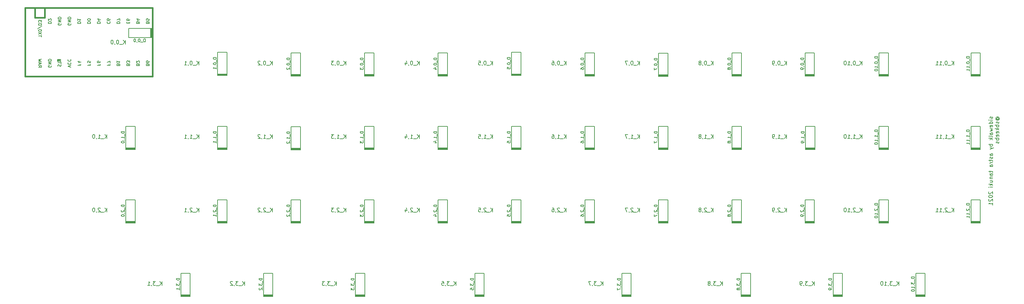
<source format=gbr>
G04 #@! TF.GenerationSoftware,KiCad,Pcbnew,5.1.10-88a1d61d58~88~ubuntu18.04.1*
G04 #@! TF.CreationDate,2022-03-10T08:37:22-06:00*
G04 #@! TF.ProjectId,keyboard,6b657962-6f61-4726-942e-6b696361645f,rev?*
G04 #@! TF.SameCoordinates,Original*
G04 #@! TF.FileFunction,Legend,Bot*
G04 #@! TF.FilePolarity,Positive*
%FSLAX46Y46*%
G04 Gerber Fmt 4.6, Leading zero omitted, Abs format (unit mm)*
G04 Created by KiCad (PCBNEW 5.1.10-88a1d61d58~88~ubuntu18.04.1) date 2022-03-10 08:37:22*
%MOMM*%
%LPD*%
G01*
G04 APERTURE LIST*
%ADD10C,0.150000*%
%ADD11C,0.381000*%
%ADD12C,0.200000*%
G04 APERTURE END LIST*
D10*
X237689761Y-18543076D02*
X237737380Y-18638314D01*
X237737380Y-18828790D01*
X237689761Y-18924028D01*
X237594523Y-18971647D01*
X237546904Y-18971647D01*
X237451666Y-18924028D01*
X237404047Y-18828790D01*
X237404047Y-18685933D01*
X237356428Y-18590695D01*
X237261190Y-18543076D01*
X237213571Y-18543076D01*
X237118333Y-18590695D01*
X237070714Y-18685933D01*
X237070714Y-18828790D01*
X237118333Y-18924028D01*
X237737380Y-19400219D02*
X237070714Y-19400219D01*
X236737380Y-19400219D02*
X236785000Y-19352600D01*
X236832619Y-19400219D01*
X236785000Y-19447838D01*
X236737380Y-19400219D01*
X236832619Y-19400219D01*
X237737380Y-20304980D02*
X236737380Y-20304980D01*
X237689761Y-20304980D02*
X237737380Y-20209742D01*
X237737380Y-20019266D01*
X237689761Y-19924028D01*
X237642142Y-19876409D01*
X237546904Y-19828790D01*
X237261190Y-19828790D01*
X237165952Y-19876409D01*
X237118333Y-19924028D01*
X237070714Y-20019266D01*
X237070714Y-20209742D01*
X237118333Y-20304980D01*
X237689761Y-21162123D02*
X237737380Y-21066885D01*
X237737380Y-20876409D01*
X237689761Y-20781171D01*
X237594523Y-20733552D01*
X237213571Y-20733552D01*
X237118333Y-20781171D01*
X237070714Y-20876409D01*
X237070714Y-21066885D01*
X237118333Y-21162123D01*
X237213571Y-21209742D01*
X237308809Y-21209742D01*
X237404047Y-20733552D01*
X237070714Y-21543076D02*
X237737380Y-21733552D01*
X237261190Y-21924028D01*
X237737380Y-22114504D01*
X237070714Y-22304980D01*
X237737380Y-23114504D02*
X237213571Y-23114504D01*
X237118333Y-23066885D01*
X237070714Y-22971647D01*
X237070714Y-22781171D01*
X237118333Y-22685933D01*
X237689761Y-23114504D02*
X237737380Y-23019266D01*
X237737380Y-22781171D01*
X237689761Y-22685933D01*
X237594523Y-22638314D01*
X237499285Y-22638314D01*
X237404047Y-22685933D01*
X237356428Y-22781171D01*
X237356428Y-23019266D01*
X237308809Y-23114504D01*
X237737380Y-23733552D02*
X237689761Y-23638314D01*
X237594523Y-23590695D01*
X236737380Y-23590695D01*
X237737380Y-24114504D02*
X236737380Y-24114504D01*
X237356428Y-24209742D02*
X237737380Y-24495457D01*
X237070714Y-24495457D02*
X237451666Y-24114504D01*
X237737380Y-25685933D02*
X236737380Y-25685933D01*
X237118333Y-25685933D02*
X237070714Y-25781171D01*
X237070714Y-25971647D01*
X237118333Y-26066885D01*
X237165952Y-26114504D01*
X237261190Y-26162123D01*
X237546904Y-26162123D01*
X237642142Y-26114504D01*
X237689761Y-26066885D01*
X237737380Y-25971647D01*
X237737380Y-25781171D01*
X237689761Y-25685933D01*
X237070714Y-26495457D02*
X237737380Y-26733552D01*
X237070714Y-26971647D02*
X237737380Y-26733552D01*
X237975476Y-26638314D01*
X238023095Y-26590695D01*
X238070714Y-26495457D01*
X237737380Y-28543076D02*
X237213571Y-28543076D01*
X237118333Y-28495457D01*
X237070714Y-28400219D01*
X237070714Y-28209742D01*
X237118333Y-28114504D01*
X237689761Y-28543076D02*
X237737380Y-28447838D01*
X237737380Y-28209742D01*
X237689761Y-28114504D01*
X237594523Y-28066885D01*
X237499285Y-28066885D01*
X237404047Y-28114504D01*
X237356428Y-28209742D01*
X237356428Y-28447838D01*
X237308809Y-28543076D01*
X237689761Y-28971647D02*
X237737380Y-29066885D01*
X237737380Y-29257361D01*
X237689761Y-29352600D01*
X237594523Y-29400219D01*
X237546904Y-29400219D01*
X237451666Y-29352600D01*
X237404047Y-29257361D01*
X237404047Y-29114504D01*
X237356428Y-29019266D01*
X237261190Y-28971647D01*
X237213571Y-28971647D01*
X237118333Y-29019266D01*
X237070714Y-29114504D01*
X237070714Y-29257361D01*
X237118333Y-29352600D01*
X237070714Y-29685933D02*
X237070714Y-30066885D01*
X236737380Y-29828790D02*
X237594523Y-29828790D01*
X237689761Y-29876409D01*
X237737380Y-29971647D01*
X237737380Y-30066885D01*
X237737380Y-30400219D02*
X237070714Y-30400219D01*
X237261190Y-30400219D02*
X237165952Y-30447838D01*
X237118333Y-30495457D01*
X237070714Y-30590695D01*
X237070714Y-30685933D01*
X237737380Y-31447838D02*
X237213571Y-31447838D01*
X237118333Y-31400219D01*
X237070714Y-31304980D01*
X237070714Y-31114504D01*
X237118333Y-31019266D01*
X237689761Y-31447838D02*
X237737380Y-31352600D01*
X237737380Y-31114504D01*
X237689761Y-31019266D01*
X237594523Y-30971647D01*
X237499285Y-30971647D01*
X237404047Y-31019266D01*
X237356428Y-31114504D01*
X237356428Y-31352600D01*
X237308809Y-31447838D01*
X237070714Y-32543076D02*
X237070714Y-32924028D01*
X236737380Y-32685933D02*
X237594523Y-32685933D01*
X237689761Y-32733552D01*
X237737380Y-32828790D01*
X237737380Y-32924028D01*
X237737380Y-33685933D02*
X237213571Y-33685933D01*
X237118333Y-33638314D01*
X237070714Y-33543076D01*
X237070714Y-33352600D01*
X237118333Y-33257361D01*
X237689761Y-33685933D02*
X237737380Y-33590695D01*
X237737380Y-33352600D01*
X237689761Y-33257361D01*
X237594523Y-33209742D01*
X237499285Y-33209742D01*
X237404047Y-33257361D01*
X237356428Y-33352600D01*
X237356428Y-33590695D01*
X237308809Y-33685933D01*
X237070714Y-34162123D02*
X237737380Y-34162123D01*
X237165952Y-34162123D02*
X237118333Y-34209742D01*
X237070714Y-34304980D01*
X237070714Y-34447838D01*
X237118333Y-34543076D01*
X237213571Y-34590695D01*
X237737380Y-34590695D01*
X237070714Y-35495457D02*
X237737380Y-35495457D01*
X237070714Y-35066885D02*
X237594523Y-35066885D01*
X237689761Y-35114504D01*
X237737380Y-35209742D01*
X237737380Y-35352600D01*
X237689761Y-35447838D01*
X237642142Y-35495457D01*
X237737380Y-35971647D02*
X236737380Y-35971647D01*
X237356428Y-36066885D02*
X237737380Y-36352600D01*
X237070714Y-36352600D02*
X237451666Y-35971647D01*
X237737380Y-36781171D02*
X237070714Y-36781171D01*
X236737380Y-36781171D02*
X236785000Y-36733552D01*
X236832619Y-36781171D01*
X236785000Y-36828790D01*
X236737380Y-36781171D01*
X236832619Y-36781171D01*
X236832619Y-37971647D02*
X236785000Y-38019266D01*
X236737380Y-38114504D01*
X236737380Y-38352600D01*
X236785000Y-38447838D01*
X236832619Y-38495457D01*
X236927857Y-38543076D01*
X237023095Y-38543076D01*
X237165952Y-38495457D01*
X237737380Y-37924028D01*
X237737380Y-38543076D01*
X236737380Y-39162123D02*
X236737380Y-39257361D01*
X236785000Y-39352600D01*
X236832619Y-39400219D01*
X236927857Y-39447838D01*
X237118333Y-39495457D01*
X237356428Y-39495457D01*
X237546904Y-39447838D01*
X237642142Y-39400219D01*
X237689761Y-39352600D01*
X237737380Y-39257361D01*
X237737380Y-39162123D01*
X237689761Y-39066885D01*
X237642142Y-39019266D01*
X237546904Y-38971647D01*
X237356428Y-38924028D01*
X237118333Y-38924028D01*
X236927857Y-38971647D01*
X236832619Y-39019266D01*
X236785000Y-39066885D01*
X236737380Y-39162123D01*
X236832619Y-39876409D02*
X236785000Y-39924028D01*
X236737380Y-40019266D01*
X236737380Y-40257361D01*
X236785000Y-40352600D01*
X236832619Y-40400219D01*
X236927857Y-40447838D01*
X237023095Y-40447838D01*
X237165952Y-40400219D01*
X237737380Y-39828790D01*
X237737380Y-40447838D01*
X237737380Y-41400219D02*
X237737380Y-40828790D01*
X237737380Y-41114504D02*
X236737380Y-41114504D01*
X236880238Y-41019266D01*
X236975476Y-40924028D01*
X237023095Y-40828790D01*
X238911190Y-19209742D02*
X238863571Y-19162123D01*
X238815952Y-19066885D01*
X238815952Y-18971647D01*
X238863571Y-18876409D01*
X238911190Y-18828790D01*
X239006428Y-18781171D01*
X239101666Y-18781171D01*
X239196904Y-18828790D01*
X239244523Y-18876409D01*
X239292142Y-18971647D01*
X239292142Y-19066885D01*
X239244523Y-19162123D01*
X239196904Y-19209742D01*
X238815952Y-19209742D02*
X239196904Y-19209742D01*
X239244523Y-19257361D01*
X239244523Y-19304980D01*
X239196904Y-19400219D01*
X239101666Y-19447838D01*
X238863571Y-19447838D01*
X238720714Y-19352600D01*
X238625476Y-19209742D01*
X238577857Y-19019266D01*
X238625476Y-18828790D01*
X238720714Y-18685933D01*
X238863571Y-18590695D01*
X239054047Y-18543076D01*
X239244523Y-18590695D01*
X239387380Y-18685933D01*
X239482619Y-18828790D01*
X239530238Y-19019266D01*
X239482619Y-19209742D01*
X239387380Y-19352600D01*
X239339761Y-19828790D02*
X239387380Y-19924028D01*
X239387380Y-20114504D01*
X239339761Y-20209742D01*
X239244523Y-20257361D01*
X239196904Y-20257361D01*
X239101666Y-20209742D01*
X239054047Y-20114504D01*
X239054047Y-19971647D01*
X239006428Y-19876409D01*
X238911190Y-19828790D01*
X238863571Y-19828790D01*
X238768333Y-19876409D01*
X238720714Y-19971647D01*
X238720714Y-20114504D01*
X238768333Y-20209742D01*
X239387380Y-20685933D02*
X238387380Y-20685933D01*
X238768333Y-20685933D02*
X238720714Y-20781171D01*
X238720714Y-20971647D01*
X238768333Y-21066885D01*
X238815952Y-21114504D01*
X238911190Y-21162123D01*
X239196904Y-21162123D01*
X239292142Y-21114504D01*
X239339761Y-21066885D01*
X239387380Y-20971647D01*
X239387380Y-20781171D01*
X239339761Y-20685933D01*
X239387380Y-21590695D02*
X238387380Y-21590695D01*
X239006428Y-21685933D02*
X239387380Y-21971647D01*
X238720714Y-21971647D02*
X239101666Y-21590695D01*
X239339761Y-22781171D02*
X239387380Y-22685933D01*
X239387380Y-22495457D01*
X239339761Y-22400219D01*
X239244523Y-22352600D01*
X238863571Y-22352600D01*
X238768333Y-22400219D01*
X238720714Y-22495457D01*
X238720714Y-22685933D01*
X238768333Y-22781171D01*
X238863571Y-22828790D01*
X238958809Y-22828790D01*
X239054047Y-22352600D01*
X239339761Y-23638314D02*
X239387380Y-23543076D01*
X239387380Y-23352600D01*
X239339761Y-23257361D01*
X239244523Y-23209742D01*
X238863571Y-23209742D01*
X238768333Y-23257361D01*
X238720714Y-23352600D01*
X238720714Y-23543076D01*
X238768333Y-23638314D01*
X238863571Y-23685933D01*
X238958809Y-23685933D01*
X239054047Y-23209742D01*
X239387380Y-24114504D02*
X238387380Y-24114504D01*
X238768333Y-24114504D02*
X238720714Y-24209742D01*
X238720714Y-24400219D01*
X238768333Y-24495457D01*
X238815952Y-24543076D01*
X238911190Y-24590695D01*
X239196904Y-24590695D01*
X239292142Y-24543076D01*
X239339761Y-24495457D01*
X239387380Y-24400219D01*
X239387380Y-24209742D01*
X239339761Y-24114504D01*
X239339761Y-24971647D02*
X239387380Y-25066885D01*
X239387380Y-25257361D01*
X239339761Y-25352600D01*
X239244523Y-25400219D01*
X239196904Y-25400219D01*
X239101666Y-25352600D01*
X239054047Y-25257361D01*
X239054047Y-25114504D01*
X239006428Y-25019266D01*
X238911190Y-24971647D01*
X238863571Y-24971647D01*
X238768333Y-25019266D01*
X238720714Y-25114504D01*
X238720714Y-25257361D01*
X238768333Y-25352600D01*
D11*
X-10478200Y7143700D02*
X-10478200Y9683700D01*
X-13018200Y9683700D02*
X-10478200Y9683700D01*
X-13018200Y-8096300D02*
X-13018200Y9683700D01*
X-10478200Y-8096300D02*
X-13018200Y-8096300D01*
D10*
G36*
X-3998840Y-4137868D02*
G01*
X-3798840Y-4137868D01*
X-3798840Y-4037868D01*
X-3998840Y-4037868D01*
X-3998840Y-4137868D01*
G37*
X-3998840Y-4137868D02*
X-3798840Y-4137868D01*
X-3798840Y-4037868D01*
X-3998840Y-4037868D01*
X-3998840Y-4137868D01*
G36*
X-4598840Y-3737868D02*
G01*
X-3798840Y-3737868D01*
X-3798840Y-3637868D01*
X-4598840Y-3637868D01*
X-4598840Y-3737868D01*
G37*
X-4598840Y-3737868D02*
X-3798840Y-3737868D01*
X-3798840Y-3637868D01*
X-4598840Y-3637868D01*
X-4598840Y-3737868D01*
G36*
X-4598840Y-4137868D02*
G01*
X-4498840Y-4137868D01*
X-4498840Y-3637868D01*
X-4598840Y-3637868D01*
X-4598840Y-4137868D01*
G37*
X-4598840Y-4137868D02*
X-4498840Y-4137868D01*
X-4498840Y-3637868D01*
X-4598840Y-3637868D01*
X-4598840Y-4137868D01*
G36*
X-4198840Y-3937868D02*
G01*
X-4098840Y-3937868D01*
X-4098840Y-3837868D01*
X-4198840Y-3837868D01*
X-4198840Y-3937868D01*
G37*
X-4198840Y-3937868D02*
X-4098840Y-3937868D01*
X-4098840Y-3837868D01*
X-4198840Y-3837868D01*
X-4198840Y-3937868D01*
G36*
X-4598840Y-4137868D02*
G01*
X-4298840Y-4137868D01*
X-4298840Y-4037868D01*
X-4598840Y-4037868D01*
X-4598840Y-4137868D01*
G37*
X-4598840Y-4137868D02*
X-4298840Y-4137868D01*
X-4298840Y-4037868D01*
X-4598840Y-4037868D01*
X-4598840Y-4137868D01*
D11*
X-7938200Y7143700D02*
X-7938200Y9683700D01*
X-10478200Y7143700D02*
X-7938200Y7143700D01*
X20001800Y-8096300D02*
X-10478200Y-8096300D01*
X20001800Y9683700D02*
X20001800Y-8096300D01*
X-10478200Y9683700D02*
X20001800Y9683700D01*
D12*
X48803100Y-65108600D02*
X51203100Y-65108600D01*
X48803100Y-59108600D02*
X48803100Y-65108600D01*
X51203100Y-59108600D02*
X48803100Y-59108600D01*
X51203100Y-65108600D02*
X51203100Y-59108600D01*
X51203100Y-64833600D02*
X48803100Y-64833600D01*
X51203100Y-64708600D02*
X48803100Y-64708600D01*
X48803100Y-64983600D02*
X51203100Y-64983600D01*
X217861200Y-65108600D02*
X220261200Y-65108600D01*
X217861200Y-59108600D02*
X217861200Y-65108600D01*
X220261200Y-59108600D02*
X217861200Y-59108600D01*
X220261200Y-65108600D02*
X220261200Y-59108600D01*
X220261200Y-64833600D02*
X217861200Y-64833600D01*
X220261200Y-64708600D02*
X217861200Y-64708600D01*
X217861200Y-64983600D02*
X220261200Y-64983600D01*
X196431300Y-65108600D02*
X198831300Y-65108600D01*
X196431300Y-59108600D02*
X196431300Y-65108600D01*
X198831300Y-59108600D02*
X196431300Y-59108600D01*
X198831300Y-65108600D02*
X198831300Y-59108600D01*
X198831300Y-64833600D02*
X196431300Y-64833600D01*
X198831300Y-64708600D02*
X196431300Y-64708600D01*
X196431300Y-64983600D02*
X198831300Y-64983600D01*
X172620300Y-65108600D02*
X175020300Y-65108600D01*
X172620300Y-59108600D02*
X172620300Y-65108600D01*
X175020300Y-59108600D02*
X172620300Y-59108600D01*
X175020300Y-65108600D02*
X175020300Y-59108600D01*
X175020300Y-64833600D02*
X172620300Y-64833600D01*
X175020300Y-64708600D02*
X172620300Y-64708600D01*
X172620300Y-64983600D02*
X175020300Y-64983600D01*
X141666000Y-65108600D02*
X144066000Y-65108600D01*
X141666000Y-59108600D02*
X141666000Y-65108600D01*
X144066000Y-59108600D02*
X141666000Y-59108600D01*
X144066000Y-65108600D02*
X144066000Y-59108600D01*
X144066000Y-64833600D02*
X141666000Y-64833600D01*
X144066000Y-64708600D02*
X141666000Y-64708600D01*
X141666000Y-64983600D02*
X144066000Y-64983600D01*
X103568400Y-65108600D02*
X105968400Y-65108600D01*
X103568400Y-59108600D02*
X103568400Y-65108600D01*
X105968400Y-59108600D02*
X103568400Y-59108600D01*
X105968400Y-65108600D02*
X105968400Y-59108600D01*
X105968400Y-64833600D02*
X103568400Y-64833600D01*
X105968400Y-64708600D02*
X103568400Y-64708600D01*
X103568400Y-64983600D02*
X105968400Y-64983600D01*
X27373200Y-65108600D02*
X29773200Y-65108600D01*
X27373200Y-59108600D02*
X27373200Y-65108600D01*
X29773200Y-59108600D02*
X27373200Y-59108600D01*
X29773200Y-65108600D02*
X29773200Y-59108600D01*
X29773200Y-64833600D02*
X27373200Y-64833600D01*
X29773200Y-64708600D02*
X27373200Y-64708600D01*
X27373200Y-64983600D02*
X29773200Y-64983600D01*
X72614100Y-65108600D02*
X75014100Y-65108600D01*
X72614100Y-59108600D02*
X72614100Y-65108600D01*
X75014100Y-59108600D02*
X72614100Y-59108600D01*
X75014100Y-65108600D02*
X75014100Y-59108600D01*
X75014100Y-64833600D02*
X72614100Y-64833600D01*
X75014100Y-64708600D02*
X72614100Y-64708600D01*
X72614100Y-64983600D02*
X75014100Y-64983600D01*
X94044000Y-46059800D02*
X96444000Y-46059800D01*
X94044000Y-40059800D02*
X94044000Y-46059800D01*
X96444000Y-40059800D02*
X94044000Y-40059800D01*
X96444000Y-46059800D02*
X96444000Y-40059800D01*
X96444000Y-45784800D02*
X94044000Y-45784800D01*
X96444000Y-45659800D02*
X94044000Y-45659800D01*
X94044000Y-45934800D02*
X96444000Y-45934800D01*
X74995200Y-46059800D02*
X77395200Y-46059800D01*
X74995200Y-40059800D02*
X74995200Y-46059800D01*
X77395200Y-40059800D02*
X74995200Y-40059800D01*
X77395200Y-46059800D02*
X77395200Y-40059800D01*
X77395200Y-45784800D02*
X74995200Y-45784800D01*
X77395200Y-45659800D02*
X74995200Y-45659800D01*
X74995200Y-45934800D02*
X77395200Y-45934800D01*
X113092800Y-46059800D02*
X115492800Y-46059800D01*
X113092800Y-40059800D02*
X113092800Y-46059800D01*
X115492800Y-40059800D02*
X113092800Y-40059800D01*
X115492800Y-46059800D02*
X115492800Y-40059800D01*
X115492800Y-45784800D02*
X113092800Y-45784800D01*
X115492800Y-45659800D02*
X113092800Y-45659800D01*
X113092800Y-45934800D02*
X115492800Y-45934800D01*
X55946400Y-46059800D02*
X58346400Y-46059800D01*
X55946400Y-40059800D02*
X55946400Y-46059800D01*
X58346400Y-40059800D02*
X55946400Y-40059800D01*
X58346400Y-46059800D02*
X58346400Y-40059800D01*
X58346400Y-45784800D02*
X55946400Y-45784800D01*
X58346400Y-45659800D02*
X55946400Y-45659800D01*
X55946400Y-45934800D02*
X58346400Y-45934800D01*
X132141600Y-46059800D02*
X134541600Y-46059800D01*
X132141600Y-40059800D02*
X132141600Y-46059800D01*
X134541600Y-40059800D02*
X132141600Y-40059800D01*
X134541600Y-46059800D02*
X134541600Y-40059800D01*
X134541600Y-45784800D02*
X132141600Y-45784800D01*
X134541600Y-45659800D02*
X132141600Y-45659800D01*
X132141600Y-45934800D02*
X134541600Y-45934800D01*
X232147800Y-46059800D02*
X234547800Y-46059800D01*
X232147800Y-40059800D02*
X232147800Y-46059800D01*
X234547800Y-40059800D02*
X232147800Y-40059800D01*
X234547800Y-46059800D02*
X234547800Y-40059800D01*
X234547800Y-45784800D02*
X232147800Y-45784800D01*
X234547800Y-45659800D02*
X232147800Y-45659800D01*
X232147800Y-45934800D02*
X234547800Y-45934800D01*
X36897600Y-46059800D02*
X39297600Y-46059800D01*
X36897600Y-40059800D02*
X36897600Y-46059800D01*
X39297600Y-40059800D02*
X36897600Y-40059800D01*
X39297600Y-46059800D02*
X39297600Y-40059800D01*
X39297600Y-45784800D02*
X36897600Y-45784800D01*
X39297600Y-45659800D02*
X36897600Y-45659800D01*
X36897600Y-45934800D02*
X39297600Y-45934800D01*
X151190400Y-46059800D02*
X153590400Y-46059800D01*
X151190400Y-40059800D02*
X151190400Y-46059800D01*
X153590400Y-40059800D02*
X151190400Y-40059800D01*
X153590400Y-46059800D02*
X153590400Y-40059800D01*
X153590400Y-45784800D02*
X151190400Y-45784800D01*
X153590400Y-45659800D02*
X151190400Y-45659800D01*
X151190400Y-45934800D02*
X153590400Y-45934800D01*
X13086600Y-46059800D02*
X15486600Y-46059800D01*
X13086600Y-40059800D02*
X13086600Y-46059800D01*
X15486600Y-40059800D02*
X13086600Y-40059800D01*
X15486600Y-46059800D02*
X15486600Y-40059800D01*
X15486600Y-45784800D02*
X13086600Y-45784800D01*
X15486600Y-45659800D02*
X13086600Y-45659800D01*
X13086600Y-45934800D02*
X15486600Y-45934800D01*
X208336800Y-46059800D02*
X210736800Y-46059800D01*
X208336800Y-40059800D02*
X208336800Y-46059800D01*
X210736800Y-40059800D02*
X208336800Y-40059800D01*
X210736800Y-46059800D02*
X210736800Y-40059800D01*
X210736800Y-45784800D02*
X208336800Y-45784800D01*
X210736800Y-45659800D02*
X208336800Y-45659800D01*
X208336800Y-45934800D02*
X210736800Y-45934800D01*
X170239200Y-46059800D02*
X172639200Y-46059800D01*
X170239200Y-40059800D02*
X170239200Y-46059800D01*
X172639200Y-40059800D02*
X170239200Y-40059800D01*
X172639200Y-46059800D02*
X172639200Y-40059800D01*
X172639200Y-45784800D02*
X170239200Y-45784800D01*
X172639200Y-45659800D02*
X170239200Y-45659800D01*
X170239200Y-45934800D02*
X172639200Y-45934800D01*
X189175400Y-46059800D02*
X191575400Y-46059800D01*
X189175400Y-40059800D02*
X189175400Y-46059800D01*
X191575400Y-40059800D02*
X189175400Y-40059800D01*
X191575400Y-46059800D02*
X191575400Y-40059800D01*
X191575400Y-45784800D02*
X189175400Y-45784800D01*
X191575400Y-45659800D02*
X189175400Y-45659800D01*
X189175400Y-45934800D02*
X191575400Y-45934800D01*
X232147800Y-27011000D02*
X234547800Y-27011000D01*
X232147800Y-21011000D02*
X232147800Y-27011000D01*
X234547800Y-21011000D02*
X232147800Y-21011000D01*
X234547800Y-27011000D02*
X234547800Y-21011000D01*
X234547800Y-26736000D02*
X232147800Y-26736000D01*
X234547800Y-26611000D02*
X232147800Y-26611000D01*
X232147800Y-26886000D02*
X234547800Y-26886000D01*
X208336800Y-27011000D02*
X210736800Y-27011000D01*
X208336800Y-21011000D02*
X208336800Y-27011000D01*
X210736800Y-21011000D02*
X208336800Y-21011000D01*
X210736800Y-27011000D02*
X210736800Y-21011000D01*
X210736800Y-26736000D02*
X208336800Y-26736000D01*
X210736800Y-26611000D02*
X208336800Y-26611000D01*
X208336800Y-26886000D02*
X210736800Y-26886000D01*
X132141600Y-27011000D02*
X134541600Y-27011000D01*
X132141600Y-21011000D02*
X132141600Y-27011000D01*
X134541600Y-21011000D02*
X132141600Y-21011000D01*
X134541600Y-27011000D02*
X134541600Y-21011000D01*
X134541600Y-26736000D02*
X132141600Y-26736000D01*
X134541600Y-26611000D02*
X132141600Y-26611000D01*
X132141600Y-26886000D02*
X134541600Y-26886000D01*
X189288000Y-27011000D02*
X191688000Y-27011000D01*
X189288000Y-21011000D02*
X189288000Y-27011000D01*
X191688000Y-21011000D02*
X189288000Y-21011000D01*
X191688000Y-27011000D02*
X191688000Y-21011000D01*
X191688000Y-26736000D02*
X189288000Y-26736000D01*
X191688000Y-26611000D02*
X189288000Y-26611000D01*
X189288000Y-26886000D02*
X191688000Y-26886000D01*
X94044000Y-27011000D02*
X96444000Y-27011000D01*
X94044000Y-21011000D02*
X94044000Y-27011000D01*
X96444000Y-21011000D02*
X94044000Y-21011000D01*
X96444000Y-27011000D02*
X96444000Y-21011000D01*
X96444000Y-26736000D02*
X94044000Y-26736000D01*
X96444000Y-26611000D02*
X94044000Y-26611000D01*
X94044000Y-26886000D02*
X96444000Y-26886000D01*
X13086600Y-27011000D02*
X15486600Y-27011000D01*
X13086600Y-21011000D02*
X13086600Y-27011000D01*
X15486600Y-21011000D02*
X13086600Y-21011000D01*
X15486600Y-27011000D02*
X15486600Y-21011000D01*
X15486600Y-26736000D02*
X13086600Y-26736000D01*
X15486600Y-26611000D02*
X13086600Y-26611000D01*
X13086600Y-26886000D02*
X15486600Y-26886000D01*
X36897600Y-27011000D02*
X39297600Y-27011000D01*
X36897600Y-21011000D02*
X36897600Y-27011000D01*
X39297600Y-21011000D02*
X36897600Y-21011000D01*
X39297600Y-27011000D02*
X39297600Y-21011000D01*
X39297600Y-26736000D02*
X36897600Y-26736000D01*
X39297600Y-26611000D02*
X36897600Y-26611000D01*
X36897600Y-26886000D02*
X39297600Y-26886000D01*
X151190400Y-27011000D02*
X153590400Y-27011000D01*
X151190400Y-21011000D02*
X151190400Y-27011000D01*
X153590400Y-21011000D02*
X151190400Y-21011000D01*
X153590400Y-27011000D02*
X153590400Y-21011000D01*
X153590400Y-26736000D02*
X151190400Y-26736000D01*
X153590400Y-26611000D02*
X151190400Y-26611000D01*
X151190400Y-26886000D02*
X153590400Y-26886000D01*
X170239200Y-27011000D02*
X172639200Y-27011000D01*
X170239200Y-21011000D02*
X170239200Y-27011000D01*
X172639200Y-21011000D02*
X170239200Y-21011000D01*
X172639200Y-27011000D02*
X172639200Y-21011000D01*
X172639200Y-26736000D02*
X170239200Y-26736000D01*
X172639200Y-26611000D02*
X170239200Y-26611000D01*
X170239200Y-26886000D02*
X172639200Y-26886000D01*
X113092800Y-27011000D02*
X115492800Y-27011000D01*
X113092800Y-21011000D02*
X113092800Y-27011000D01*
X115492800Y-21011000D02*
X113092800Y-21011000D01*
X115492800Y-27011000D02*
X115492800Y-21011000D01*
X115492800Y-26736000D02*
X113092800Y-26736000D01*
X115492800Y-26611000D02*
X113092800Y-26611000D01*
X113092800Y-26886000D02*
X115492800Y-26886000D01*
X55946400Y-27123600D02*
X58346400Y-27123600D01*
X55946400Y-21123600D02*
X55946400Y-27123600D01*
X58346400Y-21123600D02*
X55946400Y-21123600D01*
X58346400Y-27123600D02*
X58346400Y-21123600D01*
X58346400Y-26848600D02*
X55946400Y-26848600D01*
X58346400Y-26723600D02*
X55946400Y-26723600D01*
X55946400Y-26998600D02*
X58346400Y-26998600D01*
X74995200Y-27011000D02*
X77395200Y-27011000D01*
X74995200Y-21011000D02*
X74995200Y-27011000D01*
X77395200Y-21011000D02*
X74995200Y-21011000D01*
X77395200Y-27011000D02*
X77395200Y-21011000D01*
X77395200Y-26736000D02*
X74995200Y-26736000D01*
X77395200Y-26611000D02*
X74995200Y-26611000D01*
X74995200Y-26886000D02*
X77395200Y-26886000D01*
X19867700Y1974800D02*
X19867700Y4374800D01*
X13867700Y1974800D02*
X19867700Y1974800D01*
X13867700Y4374800D02*
X13867700Y1974800D01*
X19867700Y4374800D02*
X13867700Y4374800D01*
X19592700Y4374800D02*
X19592700Y1974800D01*
X19467700Y4374800D02*
X19467700Y1974800D01*
X19742700Y1974800D02*
X19742700Y4374800D01*
X36897600Y-7849600D02*
X39297600Y-7849600D01*
X36897600Y-1849600D02*
X36897600Y-7849600D01*
X39297600Y-1849600D02*
X36897600Y-1849600D01*
X39297600Y-7849600D02*
X39297600Y-1849600D01*
X39297600Y-7574600D02*
X36897600Y-7574600D01*
X39297600Y-7449600D02*
X36897600Y-7449600D01*
X36897600Y-7724600D02*
X39297600Y-7724600D01*
X55946400Y-7962200D02*
X58346400Y-7962200D01*
X55946400Y-1962200D02*
X55946400Y-7962200D01*
X58346400Y-1962200D02*
X55946400Y-1962200D01*
X58346400Y-7962200D02*
X58346400Y-1962200D01*
X58346400Y-7687200D02*
X55946400Y-7687200D01*
X58346400Y-7562200D02*
X55946400Y-7562200D01*
X55946400Y-7837200D02*
X58346400Y-7837200D01*
X74995200Y-7962200D02*
X77395200Y-7962200D01*
X74995200Y-1962200D02*
X74995200Y-7962200D01*
X77395200Y-1962200D02*
X74995200Y-1962200D01*
X77395200Y-7962200D02*
X77395200Y-1962200D01*
X77395200Y-7687200D02*
X74995200Y-7687200D01*
X77395200Y-7562200D02*
X74995200Y-7562200D01*
X74995200Y-7837200D02*
X77395200Y-7837200D01*
X94044000Y-7962200D02*
X96444000Y-7962200D01*
X94044000Y-1962200D02*
X94044000Y-7962200D01*
X96444000Y-1962200D02*
X94044000Y-1962200D01*
X96444000Y-7962200D02*
X96444000Y-1962200D01*
X96444000Y-7687200D02*
X94044000Y-7687200D01*
X96444000Y-7562200D02*
X94044000Y-7562200D01*
X94044000Y-7837200D02*
X96444000Y-7837200D01*
X132141600Y-7962200D02*
X134541600Y-7962200D01*
X132141600Y-1962200D02*
X132141600Y-7962200D01*
X134541600Y-1962200D02*
X132141600Y-1962200D01*
X134541600Y-7962200D02*
X134541600Y-1962200D01*
X134541600Y-7687200D02*
X132141600Y-7687200D01*
X134541600Y-7562200D02*
X132141600Y-7562200D01*
X132141600Y-7837200D02*
X134541600Y-7837200D01*
X151190400Y-8074800D02*
X153590400Y-8074800D01*
X151190400Y-2074800D02*
X151190400Y-8074800D01*
X153590400Y-2074800D02*
X151190400Y-2074800D01*
X153590400Y-8074800D02*
X153590400Y-2074800D01*
X153590400Y-7799800D02*
X151190400Y-7799800D01*
X153590400Y-7674800D02*
X151190400Y-7674800D01*
X151190400Y-7949800D02*
X153590400Y-7949800D01*
X170239200Y-7962200D02*
X172639200Y-7962200D01*
X170239200Y-1962200D02*
X170239200Y-7962200D01*
X172639200Y-1962200D02*
X170239200Y-1962200D01*
X172639200Y-7962200D02*
X172639200Y-1962200D01*
X172639200Y-7687200D02*
X170239200Y-7687200D01*
X172639200Y-7562200D02*
X170239200Y-7562200D01*
X170239200Y-7837200D02*
X172639200Y-7837200D01*
X189175400Y-7962200D02*
X191575400Y-7962200D01*
X189175400Y-1962200D02*
X189175400Y-7962200D01*
X191575400Y-1962200D02*
X189175400Y-1962200D01*
X191575400Y-7962200D02*
X191575400Y-1962200D01*
X191575400Y-7687200D02*
X189175400Y-7687200D01*
X191575400Y-7562200D02*
X189175400Y-7562200D01*
X189175400Y-7837200D02*
X191575400Y-7837200D01*
X232147800Y-7962200D02*
X234547800Y-7962200D01*
X232147800Y-1962200D02*
X232147800Y-7962200D01*
X234547800Y-1962200D02*
X232147800Y-1962200D01*
X234547800Y-7962200D02*
X234547800Y-1962200D01*
X234547800Y-7687200D02*
X232147800Y-7687200D01*
X234547800Y-7562200D02*
X232147800Y-7562200D01*
X232147800Y-7837200D02*
X234547800Y-7837200D01*
X208336800Y-7962200D02*
X210736800Y-7962200D01*
X208336800Y-1962200D02*
X208336800Y-7962200D01*
X210736800Y-1962200D02*
X208336800Y-1962200D01*
X210736800Y-7962200D02*
X210736800Y-1962200D01*
X210736800Y-7687200D02*
X208336800Y-7687200D01*
X210736800Y-7562200D02*
X208336800Y-7562200D01*
X208336800Y-7837200D02*
X210736800Y-7837200D01*
X113092800Y-7849600D02*
X115492800Y-7849600D01*
X113092800Y-1849600D02*
X113092800Y-7849600D01*
X115492800Y-1849600D02*
X113092800Y-1849600D01*
X115492800Y-7849600D02*
X115492800Y-1849600D01*
X115492800Y-7574600D02*
X113092800Y-7574600D01*
X115492800Y-7449600D02*
X113092800Y-7449600D01*
X113092800Y-7724600D02*
X115492800Y-7724600D01*
D10*
X191527633Y-62234180D02*
X191527633Y-61234180D01*
X190956204Y-62234180D02*
X191384776Y-61662752D01*
X190956204Y-61234180D02*
X191527633Y-61805609D01*
X190765728Y-62329419D02*
X190003823Y-62329419D01*
X189860966Y-61234180D02*
X189241919Y-61234180D01*
X189575252Y-61615133D01*
X189432395Y-61615133D01*
X189337157Y-61662752D01*
X189289538Y-61710371D01*
X189241919Y-61805609D01*
X189241919Y-62043704D01*
X189289538Y-62138942D01*
X189337157Y-62186561D01*
X189432395Y-62234180D01*
X189718109Y-62234180D01*
X189813347Y-62186561D01*
X189860966Y-62138942D01*
X188765728Y-62186561D02*
X188765728Y-62234180D01*
X188813347Y-62329419D01*
X188860966Y-62377038D01*
X188289538Y-62234180D02*
X188099061Y-62234180D01*
X188003823Y-62186561D01*
X187956204Y-62138942D01*
X187860966Y-61996085D01*
X187813347Y-61805609D01*
X187813347Y-61424657D01*
X187860966Y-61329419D01*
X187908585Y-61281800D01*
X188003823Y-61234180D01*
X188194300Y-61234180D01*
X188289538Y-61281800D01*
X188337157Y-61329419D01*
X188384776Y-61424657D01*
X188384776Y-61662752D01*
X188337157Y-61757990D01*
X188289538Y-61805609D01*
X188194300Y-61853228D01*
X188003823Y-61853228D01*
X187908585Y-61805609D01*
X187860966Y-61757990D01*
X187813347Y-61662752D01*
X43899433Y-62234180D02*
X43899433Y-61234180D01*
X43328004Y-62234180D02*
X43756576Y-61662752D01*
X43328004Y-61234180D02*
X43899433Y-61805609D01*
X43137528Y-62329419D02*
X42375623Y-62329419D01*
X42232766Y-61234180D02*
X41613719Y-61234180D01*
X41947052Y-61615133D01*
X41804195Y-61615133D01*
X41708957Y-61662752D01*
X41661338Y-61710371D01*
X41613719Y-61805609D01*
X41613719Y-62043704D01*
X41661338Y-62138942D01*
X41708957Y-62186561D01*
X41804195Y-62234180D01*
X42089909Y-62234180D01*
X42185147Y-62186561D01*
X42232766Y-62138942D01*
X41137528Y-62186561D02*
X41137528Y-62234180D01*
X41185147Y-62329419D01*
X41232766Y-62377038D01*
X40756576Y-61329419D02*
X40708957Y-61281800D01*
X40613719Y-61234180D01*
X40375623Y-61234180D01*
X40280385Y-61281800D01*
X40232766Y-61329419D01*
X40185147Y-61424657D01*
X40185147Y-61519895D01*
X40232766Y-61662752D01*
X40804195Y-62234180D01*
X40185147Y-62234180D01*
X167716633Y-62234180D02*
X167716633Y-61234180D01*
X167145204Y-62234180D02*
X167573776Y-61662752D01*
X167145204Y-61234180D02*
X167716633Y-61805609D01*
X166954728Y-62329419D02*
X166192823Y-62329419D01*
X166049966Y-61234180D02*
X165430919Y-61234180D01*
X165764252Y-61615133D01*
X165621395Y-61615133D01*
X165526157Y-61662752D01*
X165478538Y-61710371D01*
X165430919Y-61805609D01*
X165430919Y-62043704D01*
X165478538Y-62138942D01*
X165526157Y-62186561D01*
X165621395Y-62234180D01*
X165907109Y-62234180D01*
X166002347Y-62186561D01*
X166049966Y-62138942D01*
X164954728Y-62186561D02*
X164954728Y-62234180D01*
X165002347Y-62329419D01*
X165049966Y-62377038D01*
X164383300Y-61662752D02*
X164478538Y-61615133D01*
X164526157Y-61567514D01*
X164573776Y-61472276D01*
X164573776Y-61424657D01*
X164526157Y-61329419D01*
X164478538Y-61281800D01*
X164383300Y-61234180D01*
X164192823Y-61234180D01*
X164097585Y-61281800D01*
X164049966Y-61329419D01*
X164002347Y-61424657D01*
X164002347Y-61472276D01*
X164049966Y-61567514D01*
X164097585Y-61615133D01*
X164192823Y-61662752D01*
X164383300Y-61662752D01*
X164478538Y-61710371D01*
X164526157Y-61757990D01*
X164573776Y-61853228D01*
X164573776Y-62043704D01*
X164526157Y-62138942D01*
X164478538Y-62186561D01*
X164383300Y-62234180D01*
X164192823Y-62234180D01*
X164097585Y-62186561D01*
X164049966Y-62138942D01*
X164002347Y-62043704D01*
X164002347Y-61853228D01*
X164049966Y-61757990D01*
X164097585Y-61710371D01*
X164192823Y-61662752D01*
X67710433Y-62234180D02*
X67710433Y-61234180D01*
X67139004Y-62234180D02*
X67567576Y-61662752D01*
X67139004Y-61234180D02*
X67710433Y-61805609D01*
X66948528Y-62329419D02*
X66186623Y-62329419D01*
X66043766Y-61234180D02*
X65424719Y-61234180D01*
X65758052Y-61615133D01*
X65615195Y-61615133D01*
X65519957Y-61662752D01*
X65472338Y-61710371D01*
X65424719Y-61805609D01*
X65424719Y-62043704D01*
X65472338Y-62138942D01*
X65519957Y-62186561D01*
X65615195Y-62234180D01*
X65900909Y-62234180D01*
X65996147Y-62186561D01*
X66043766Y-62138942D01*
X64948528Y-62186561D02*
X64948528Y-62234180D01*
X64996147Y-62329419D01*
X65043766Y-62377038D01*
X64615195Y-61234180D02*
X63996147Y-61234180D01*
X64329480Y-61615133D01*
X64186623Y-61615133D01*
X64091385Y-61662752D01*
X64043766Y-61710371D01*
X63996147Y-61805609D01*
X63996147Y-62043704D01*
X64043766Y-62138942D01*
X64091385Y-62186561D01*
X64186623Y-62234180D01*
X64472338Y-62234180D01*
X64567576Y-62186561D01*
X64615195Y-62138942D01*
X213433723Y-62234180D02*
X213433723Y-61234180D01*
X212862295Y-62234180D02*
X213290866Y-61662752D01*
X212862295Y-61234180D02*
X213433723Y-61805609D01*
X212671819Y-62329419D02*
X211909914Y-62329419D01*
X211767057Y-61234180D02*
X211148009Y-61234180D01*
X211481342Y-61615133D01*
X211338485Y-61615133D01*
X211243247Y-61662752D01*
X211195628Y-61710371D01*
X211148009Y-61805609D01*
X211148009Y-62043704D01*
X211195628Y-62138942D01*
X211243247Y-62186561D01*
X211338485Y-62234180D01*
X211624200Y-62234180D01*
X211719438Y-62186561D01*
X211767057Y-62138942D01*
X210671819Y-62186561D02*
X210671819Y-62234180D01*
X210719438Y-62329419D01*
X210767057Y-62377038D01*
X209719438Y-62234180D02*
X210290866Y-62234180D01*
X210005152Y-62234180D02*
X210005152Y-61234180D01*
X210100390Y-61377038D01*
X210195628Y-61472276D01*
X210290866Y-61519895D01*
X209100390Y-61234180D02*
X209005152Y-61234180D01*
X208909914Y-61281800D01*
X208862295Y-61329419D01*
X208814676Y-61424657D01*
X208767057Y-61615133D01*
X208767057Y-61853228D01*
X208814676Y-62043704D01*
X208862295Y-62138942D01*
X208909914Y-62186561D01*
X209005152Y-62234180D01*
X209100390Y-62234180D01*
X209195628Y-62186561D01*
X209243247Y-62138942D01*
X209290866Y-62043704D01*
X209338485Y-61853228D01*
X209338485Y-61615133D01*
X209290866Y-61424657D01*
X209243247Y-61329419D01*
X209195628Y-61281800D01*
X209100390Y-61234180D01*
X136762333Y-62234180D02*
X136762333Y-61234180D01*
X136190904Y-62234180D02*
X136619476Y-61662752D01*
X136190904Y-61234180D02*
X136762333Y-61805609D01*
X136000428Y-62329419D02*
X135238523Y-62329419D01*
X135095666Y-61234180D02*
X134476619Y-61234180D01*
X134809952Y-61615133D01*
X134667095Y-61615133D01*
X134571857Y-61662752D01*
X134524238Y-61710371D01*
X134476619Y-61805609D01*
X134476619Y-62043704D01*
X134524238Y-62138942D01*
X134571857Y-62186561D01*
X134667095Y-62234180D01*
X134952809Y-62234180D01*
X135048047Y-62186561D01*
X135095666Y-62138942D01*
X134000428Y-62186561D02*
X134000428Y-62234180D01*
X134048047Y-62329419D01*
X134095666Y-62377038D01*
X133667095Y-61234180D02*
X133000428Y-61234180D01*
X133429000Y-62234180D01*
X98664733Y-62234180D02*
X98664733Y-61234180D01*
X98093304Y-62234180D02*
X98521876Y-61662752D01*
X98093304Y-61234180D02*
X98664733Y-61805609D01*
X97902828Y-62329419D02*
X97140923Y-62329419D01*
X96998066Y-61234180D02*
X96379019Y-61234180D01*
X96712352Y-61615133D01*
X96569495Y-61615133D01*
X96474257Y-61662752D01*
X96426638Y-61710371D01*
X96379019Y-61805609D01*
X96379019Y-62043704D01*
X96426638Y-62138942D01*
X96474257Y-62186561D01*
X96569495Y-62234180D01*
X96855209Y-62234180D01*
X96950447Y-62186561D01*
X96998066Y-62138942D01*
X95902828Y-62186561D02*
X95902828Y-62234180D01*
X95950447Y-62329419D01*
X95998066Y-62377038D01*
X94998066Y-61234180D02*
X95474257Y-61234180D01*
X95521876Y-61710371D01*
X95474257Y-61662752D01*
X95379019Y-61615133D01*
X95140923Y-61615133D01*
X95045685Y-61662752D01*
X94998066Y-61710371D01*
X94950447Y-61805609D01*
X94950447Y-62043704D01*
X94998066Y-62138942D01*
X95045685Y-62186561D01*
X95140923Y-62234180D01*
X95379019Y-62234180D01*
X95474257Y-62186561D01*
X95521876Y-62138942D01*
X22469533Y-62234180D02*
X22469533Y-61234180D01*
X21898104Y-62234180D02*
X22326676Y-61662752D01*
X21898104Y-61234180D02*
X22469533Y-61805609D01*
X21707628Y-62329419D02*
X20945723Y-62329419D01*
X20802866Y-61234180D02*
X20183819Y-61234180D01*
X20517152Y-61615133D01*
X20374295Y-61615133D01*
X20279057Y-61662752D01*
X20231438Y-61710371D01*
X20183819Y-61805609D01*
X20183819Y-62043704D01*
X20231438Y-62138942D01*
X20279057Y-62186561D01*
X20374295Y-62234180D01*
X20660009Y-62234180D01*
X20755247Y-62186561D01*
X20802866Y-62138942D01*
X19707628Y-62186561D02*
X19707628Y-62234180D01*
X19755247Y-62329419D01*
X19802866Y-62377038D01*
X18755247Y-62234180D02*
X19326676Y-62234180D01*
X19040961Y-62234180D02*
X19040961Y-61234180D01*
X19136200Y-61377038D01*
X19231438Y-61472276D01*
X19326676Y-61519895D01*
X108189133Y-43185380D02*
X108189133Y-42185380D01*
X107617704Y-43185380D02*
X108046276Y-42613952D01*
X107617704Y-42185380D02*
X108189133Y-42756809D01*
X107427228Y-43280619D02*
X106665323Y-43280619D01*
X106474847Y-42280619D02*
X106427228Y-42233000D01*
X106331990Y-42185380D01*
X106093895Y-42185380D01*
X105998657Y-42233000D01*
X105951038Y-42280619D01*
X105903419Y-42375857D01*
X105903419Y-42471095D01*
X105951038Y-42613952D01*
X106522466Y-43185380D01*
X105903419Y-43185380D01*
X105427228Y-43137761D02*
X105427228Y-43185380D01*
X105474847Y-43280619D01*
X105522466Y-43328238D01*
X104522466Y-42185380D02*
X104998657Y-42185380D01*
X105046276Y-42661571D01*
X104998657Y-42613952D01*
X104903419Y-42566333D01*
X104665323Y-42566333D01*
X104570085Y-42613952D01*
X104522466Y-42661571D01*
X104474847Y-42756809D01*
X104474847Y-42994904D01*
X104522466Y-43090142D01*
X104570085Y-43137761D01*
X104665323Y-43185380D01*
X104903419Y-43185380D01*
X104998657Y-43137761D01*
X105046276Y-43090142D01*
X51042733Y-43185380D02*
X51042733Y-42185380D01*
X50471304Y-43185380D02*
X50899876Y-42613952D01*
X50471304Y-42185380D02*
X51042733Y-42756809D01*
X50280828Y-43280619D02*
X49518923Y-43280619D01*
X49328447Y-42280619D02*
X49280828Y-42233000D01*
X49185590Y-42185380D01*
X48947495Y-42185380D01*
X48852257Y-42233000D01*
X48804638Y-42280619D01*
X48757019Y-42375857D01*
X48757019Y-42471095D01*
X48804638Y-42613952D01*
X49376066Y-43185380D01*
X48757019Y-43185380D01*
X48280828Y-43137761D02*
X48280828Y-43185380D01*
X48328447Y-43280619D01*
X48376066Y-43328238D01*
X47899876Y-42280619D02*
X47852257Y-42233000D01*
X47757019Y-42185380D01*
X47518923Y-42185380D01*
X47423685Y-42233000D01*
X47376066Y-42280619D01*
X47328447Y-42375857D01*
X47328447Y-42471095D01*
X47376066Y-42613952D01*
X47947495Y-43185380D01*
X47328447Y-43185380D01*
X127237933Y-43185380D02*
X127237933Y-42185380D01*
X126666504Y-43185380D02*
X127095076Y-42613952D01*
X126666504Y-42185380D02*
X127237933Y-42756809D01*
X126476028Y-43280619D02*
X125714123Y-43280619D01*
X125523647Y-42280619D02*
X125476028Y-42233000D01*
X125380790Y-42185380D01*
X125142695Y-42185380D01*
X125047457Y-42233000D01*
X124999838Y-42280619D01*
X124952219Y-42375857D01*
X124952219Y-42471095D01*
X124999838Y-42613952D01*
X125571266Y-43185380D01*
X124952219Y-43185380D01*
X124476028Y-43137761D02*
X124476028Y-43185380D01*
X124523647Y-43280619D01*
X124571266Y-43328238D01*
X123618885Y-42185380D02*
X123809361Y-42185380D01*
X123904600Y-42233000D01*
X123952219Y-42280619D01*
X124047457Y-42423476D01*
X124095076Y-42613952D01*
X124095076Y-42994904D01*
X124047457Y-43090142D01*
X123999838Y-43137761D01*
X123904600Y-43185380D01*
X123714123Y-43185380D01*
X123618885Y-43137761D01*
X123571266Y-43090142D01*
X123523647Y-42994904D01*
X123523647Y-42756809D01*
X123571266Y-42661571D01*
X123618885Y-42613952D01*
X123714123Y-42566333D01*
X123904600Y-42566333D01*
X123999838Y-42613952D01*
X124047457Y-42661571D01*
X124095076Y-42756809D01*
X31993933Y-43185380D02*
X31993933Y-42185380D01*
X31422504Y-43185380D02*
X31851076Y-42613952D01*
X31422504Y-42185380D02*
X31993933Y-42756809D01*
X31232028Y-43280619D02*
X30470123Y-43280619D01*
X30279647Y-42280619D02*
X30232028Y-42233000D01*
X30136790Y-42185380D01*
X29898695Y-42185380D01*
X29803457Y-42233000D01*
X29755838Y-42280619D01*
X29708219Y-42375857D01*
X29708219Y-42471095D01*
X29755838Y-42613952D01*
X30327266Y-43185380D01*
X29708219Y-43185380D01*
X29232028Y-43137761D02*
X29232028Y-43185380D01*
X29279647Y-43280619D01*
X29327266Y-43328238D01*
X28279647Y-43185380D02*
X28851076Y-43185380D01*
X28565361Y-43185380D02*
X28565361Y-42185380D01*
X28660600Y-42328238D01*
X28755838Y-42423476D01*
X28851076Y-42471095D01*
X146286733Y-43185380D02*
X146286733Y-42185380D01*
X145715304Y-43185380D02*
X146143876Y-42613952D01*
X145715304Y-42185380D02*
X146286733Y-42756809D01*
X145524828Y-43280619D02*
X144762923Y-43280619D01*
X144572447Y-42280619D02*
X144524828Y-42233000D01*
X144429590Y-42185380D01*
X144191495Y-42185380D01*
X144096257Y-42233000D01*
X144048638Y-42280619D01*
X144001019Y-42375857D01*
X144001019Y-42471095D01*
X144048638Y-42613952D01*
X144620066Y-43185380D01*
X144001019Y-43185380D01*
X143524828Y-43137761D02*
X143524828Y-43185380D01*
X143572447Y-43280619D01*
X143620066Y-43328238D01*
X143191495Y-42185380D02*
X142524828Y-42185380D01*
X142953400Y-43185380D01*
X8182933Y-43185380D02*
X8182933Y-42185380D01*
X7611504Y-43185380D02*
X8040076Y-42613952D01*
X7611504Y-42185380D02*
X8182933Y-42756809D01*
X7421028Y-43280619D02*
X6659123Y-43280619D01*
X6468647Y-42280619D02*
X6421028Y-42233000D01*
X6325790Y-42185380D01*
X6087695Y-42185380D01*
X5992457Y-42233000D01*
X5944838Y-42280619D01*
X5897219Y-42375857D01*
X5897219Y-42471095D01*
X5944838Y-42613952D01*
X6516266Y-43185380D01*
X5897219Y-43185380D01*
X5421028Y-43137761D02*
X5421028Y-43185380D01*
X5468647Y-43280619D01*
X5516266Y-43328238D01*
X4801980Y-42185380D02*
X4706742Y-42185380D01*
X4611504Y-42233000D01*
X4563885Y-42280619D01*
X4516266Y-42375857D01*
X4468647Y-42566333D01*
X4468647Y-42804428D01*
X4516266Y-42994904D01*
X4563885Y-43090142D01*
X4611504Y-43137761D01*
X4706742Y-43185380D01*
X4801980Y-43185380D01*
X4897219Y-43137761D01*
X4944838Y-43090142D01*
X4992457Y-42994904D01*
X5040076Y-42804428D01*
X5040076Y-42566333D01*
X4992457Y-42375857D01*
X4944838Y-42280619D01*
X4897219Y-42233000D01*
X4801980Y-42185380D01*
X165335533Y-43185380D02*
X165335533Y-42185380D01*
X164764104Y-43185380D02*
X165192676Y-42613952D01*
X164764104Y-42185380D02*
X165335533Y-42756809D01*
X164573628Y-43280619D02*
X163811723Y-43280619D01*
X163621247Y-42280619D02*
X163573628Y-42233000D01*
X163478390Y-42185380D01*
X163240295Y-42185380D01*
X163145057Y-42233000D01*
X163097438Y-42280619D01*
X163049819Y-42375857D01*
X163049819Y-42471095D01*
X163097438Y-42613952D01*
X163668866Y-43185380D01*
X163049819Y-43185380D01*
X162573628Y-43137761D02*
X162573628Y-43185380D01*
X162621247Y-43280619D01*
X162668866Y-43328238D01*
X162002200Y-42613952D02*
X162097438Y-42566333D01*
X162145057Y-42518714D01*
X162192676Y-42423476D01*
X162192676Y-42375857D01*
X162145057Y-42280619D01*
X162097438Y-42233000D01*
X162002200Y-42185380D01*
X161811723Y-42185380D01*
X161716485Y-42233000D01*
X161668866Y-42280619D01*
X161621247Y-42375857D01*
X161621247Y-42423476D01*
X161668866Y-42518714D01*
X161716485Y-42566333D01*
X161811723Y-42613952D01*
X162002200Y-42613952D01*
X162097438Y-42661571D01*
X162145057Y-42709190D01*
X162192676Y-42804428D01*
X162192676Y-42994904D01*
X162145057Y-43090142D01*
X162097438Y-43137761D01*
X162002200Y-43185380D01*
X161811723Y-43185380D01*
X161716485Y-43137761D01*
X161668866Y-43090142D01*
X161621247Y-42994904D01*
X161621247Y-42804428D01*
X161668866Y-42709190D01*
X161716485Y-42661571D01*
X161811723Y-42613952D01*
X70091533Y-43185380D02*
X70091533Y-42185380D01*
X69520104Y-43185380D02*
X69948676Y-42613952D01*
X69520104Y-42185380D02*
X70091533Y-42756809D01*
X69329628Y-43280619D02*
X68567723Y-43280619D01*
X68377247Y-42280619D02*
X68329628Y-42233000D01*
X68234390Y-42185380D01*
X67996295Y-42185380D01*
X67901057Y-42233000D01*
X67853438Y-42280619D01*
X67805819Y-42375857D01*
X67805819Y-42471095D01*
X67853438Y-42613952D01*
X68424866Y-43185380D01*
X67805819Y-43185380D01*
X67329628Y-43137761D02*
X67329628Y-43185380D01*
X67377247Y-43280619D01*
X67424866Y-43328238D01*
X66996295Y-42185380D02*
X66377247Y-42185380D01*
X66710580Y-42566333D01*
X66567723Y-42566333D01*
X66472485Y-42613952D01*
X66424866Y-42661571D01*
X66377247Y-42756809D01*
X66377247Y-42994904D01*
X66424866Y-43090142D01*
X66472485Y-43137761D01*
X66567723Y-43185380D01*
X66853438Y-43185380D01*
X66948676Y-43137761D01*
X66996295Y-43090142D01*
X184384333Y-43185380D02*
X184384333Y-42185380D01*
X183812904Y-43185380D02*
X184241476Y-42613952D01*
X183812904Y-42185380D02*
X184384333Y-42756809D01*
X183622428Y-43280619D02*
X182860523Y-43280619D01*
X182670047Y-42280619D02*
X182622428Y-42233000D01*
X182527190Y-42185380D01*
X182289095Y-42185380D01*
X182193857Y-42233000D01*
X182146238Y-42280619D01*
X182098619Y-42375857D01*
X182098619Y-42471095D01*
X182146238Y-42613952D01*
X182717666Y-43185380D01*
X182098619Y-43185380D01*
X181622428Y-43137761D02*
X181622428Y-43185380D01*
X181670047Y-43280619D01*
X181717666Y-43328238D01*
X181146238Y-43185380D02*
X180955761Y-43185380D01*
X180860523Y-43137761D01*
X180812904Y-43090142D01*
X180717666Y-42947285D01*
X180670047Y-42756809D01*
X180670047Y-42375857D01*
X180717666Y-42280619D01*
X180765285Y-42233000D01*
X180860523Y-42185380D01*
X181051000Y-42185380D01*
X181146238Y-42233000D01*
X181193857Y-42280619D01*
X181241476Y-42375857D01*
X181241476Y-42613952D01*
X181193857Y-42709190D01*
X181146238Y-42756809D01*
X181051000Y-42804428D01*
X180860523Y-42804428D01*
X180765285Y-42756809D01*
X180717666Y-42709190D01*
X180670047Y-42613952D01*
X227720323Y-43185380D02*
X227720323Y-42185380D01*
X227148895Y-43185380D02*
X227577466Y-42613952D01*
X227148895Y-42185380D02*
X227720323Y-42756809D01*
X226958419Y-43280619D02*
X226196514Y-43280619D01*
X226006038Y-42280619D02*
X225958419Y-42233000D01*
X225863180Y-42185380D01*
X225625085Y-42185380D01*
X225529847Y-42233000D01*
X225482228Y-42280619D01*
X225434609Y-42375857D01*
X225434609Y-42471095D01*
X225482228Y-42613952D01*
X226053657Y-43185380D01*
X225434609Y-43185380D01*
X224958419Y-43137761D02*
X224958419Y-43185380D01*
X225006038Y-43280619D01*
X225053657Y-43328238D01*
X224006038Y-43185380D02*
X224577466Y-43185380D01*
X224291752Y-43185380D02*
X224291752Y-42185380D01*
X224386990Y-42328238D01*
X224482228Y-42423476D01*
X224577466Y-42471095D01*
X223053657Y-43185380D02*
X223625085Y-43185380D01*
X223339371Y-43185380D02*
X223339371Y-42185380D01*
X223434609Y-42328238D01*
X223529847Y-42423476D01*
X223625085Y-42471095D01*
X89140333Y-43185380D02*
X89140333Y-42185380D01*
X88568904Y-43185380D02*
X88997476Y-42613952D01*
X88568904Y-42185380D02*
X89140333Y-42756809D01*
X88378428Y-43280619D02*
X87616523Y-43280619D01*
X87426047Y-42280619D02*
X87378428Y-42233000D01*
X87283190Y-42185380D01*
X87045095Y-42185380D01*
X86949857Y-42233000D01*
X86902238Y-42280619D01*
X86854619Y-42375857D01*
X86854619Y-42471095D01*
X86902238Y-42613952D01*
X87473666Y-43185380D01*
X86854619Y-43185380D01*
X86378428Y-43137761D02*
X86378428Y-43185380D01*
X86426047Y-43280619D01*
X86473666Y-43328238D01*
X85521285Y-42518714D02*
X85521285Y-43185380D01*
X85759380Y-42137761D02*
X85997476Y-42852047D01*
X85378428Y-42852047D01*
X203909323Y-43185380D02*
X203909323Y-42185380D01*
X203337895Y-43185380D02*
X203766466Y-42613952D01*
X203337895Y-42185380D02*
X203909323Y-42756809D01*
X203147419Y-43280619D02*
X202385514Y-43280619D01*
X202195038Y-42280619D02*
X202147419Y-42233000D01*
X202052180Y-42185380D01*
X201814085Y-42185380D01*
X201718847Y-42233000D01*
X201671228Y-42280619D01*
X201623609Y-42375857D01*
X201623609Y-42471095D01*
X201671228Y-42613952D01*
X202242657Y-43185380D01*
X201623609Y-43185380D01*
X201147419Y-43137761D02*
X201147419Y-43185380D01*
X201195038Y-43280619D01*
X201242657Y-43328238D01*
X200195038Y-43185380D02*
X200766466Y-43185380D01*
X200480752Y-43185380D02*
X200480752Y-42185380D01*
X200575990Y-42328238D01*
X200671228Y-42423476D01*
X200766466Y-42471095D01*
X199575990Y-42185380D02*
X199480752Y-42185380D01*
X199385514Y-42233000D01*
X199337895Y-42280619D01*
X199290276Y-42375857D01*
X199242657Y-42566333D01*
X199242657Y-42804428D01*
X199290276Y-42994904D01*
X199337895Y-43090142D01*
X199385514Y-43137761D01*
X199480752Y-43185380D01*
X199575990Y-43185380D01*
X199671228Y-43137761D01*
X199718847Y-43090142D01*
X199766466Y-42994904D01*
X199814085Y-42804428D01*
X199814085Y-42566333D01*
X199766466Y-42375857D01*
X199718847Y-42280619D01*
X199671228Y-42233000D01*
X199575990Y-42185380D01*
X184384333Y-24136580D02*
X184384333Y-23136580D01*
X183812904Y-24136580D02*
X184241476Y-23565152D01*
X183812904Y-23136580D02*
X184384333Y-23708009D01*
X183622428Y-24231819D02*
X182860523Y-24231819D01*
X182098619Y-24136580D02*
X182670047Y-24136580D01*
X182384333Y-24136580D02*
X182384333Y-23136580D01*
X182479571Y-23279438D01*
X182574809Y-23374676D01*
X182670047Y-23422295D01*
X181622428Y-24088961D02*
X181622428Y-24136580D01*
X181670047Y-24231819D01*
X181717666Y-24279438D01*
X181146238Y-24136580D02*
X180955761Y-24136580D01*
X180860523Y-24088961D01*
X180812904Y-24041342D01*
X180717666Y-23898485D01*
X180670047Y-23708009D01*
X180670047Y-23327057D01*
X180717666Y-23231819D01*
X180765285Y-23184200D01*
X180860523Y-23136580D01*
X181051000Y-23136580D01*
X181146238Y-23184200D01*
X181193857Y-23231819D01*
X181241476Y-23327057D01*
X181241476Y-23565152D01*
X181193857Y-23660390D01*
X181146238Y-23708009D01*
X181051000Y-23755628D01*
X180860523Y-23755628D01*
X180765285Y-23708009D01*
X180717666Y-23660390D01*
X180670047Y-23565152D01*
X165335533Y-24136580D02*
X165335533Y-23136580D01*
X164764104Y-24136580D02*
X165192676Y-23565152D01*
X164764104Y-23136580D02*
X165335533Y-23708009D01*
X164573628Y-24231819D02*
X163811723Y-24231819D01*
X163049819Y-24136580D02*
X163621247Y-24136580D01*
X163335533Y-24136580D02*
X163335533Y-23136580D01*
X163430771Y-23279438D01*
X163526009Y-23374676D01*
X163621247Y-23422295D01*
X162573628Y-24088961D02*
X162573628Y-24136580D01*
X162621247Y-24231819D01*
X162668866Y-24279438D01*
X162002200Y-23565152D02*
X162097438Y-23517533D01*
X162145057Y-23469914D01*
X162192676Y-23374676D01*
X162192676Y-23327057D01*
X162145057Y-23231819D01*
X162097438Y-23184200D01*
X162002200Y-23136580D01*
X161811723Y-23136580D01*
X161716485Y-23184200D01*
X161668866Y-23231819D01*
X161621247Y-23327057D01*
X161621247Y-23374676D01*
X161668866Y-23469914D01*
X161716485Y-23517533D01*
X161811723Y-23565152D01*
X162002200Y-23565152D01*
X162097438Y-23612771D01*
X162145057Y-23660390D01*
X162192676Y-23755628D01*
X162192676Y-23946104D01*
X162145057Y-24041342D01*
X162097438Y-24088961D01*
X162002200Y-24136580D01*
X161811723Y-24136580D01*
X161716485Y-24088961D01*
X161668866Y-24041342D01*
X161621247Y-23946104D01*
X161621247Y-23755628D01*
X161668866Y-23660390D01*
X161716485Y-23612771D01*
X161811723Y-23565152D01*
X227720323Y-24136580D02*
X227720323Y-23136580D01*
X227148895Y-24136580D02*
X227577466Y-23565152D01*
X227148895Y-23136580D02*
X227720323Y-23708009D01*
X226958419Y-24231819D02*
X226196514Y-24231819D01*
X225434609Y-24136580D02*
X226006038Y-24136580D01*
X225720323Y-24136580D02*
X225720323Y-23136580D01*
X225815561Y-23279438D01*
X225910800Y-23374676D01*
X226006038Y-23422295D01*
X224958419Y-24088961D02*
X224958419Y-24136580D01*
X225006038Y-24231819D01*
X225053657Y-24279438D01*
X224006038Y-24136580D02*
X224577466Y-24136580D01*
X224291752Y-24136580D02*
X224291752Y-23136580D01*
X224386990Y-23279438D01*
X224482228Y-23374676D01*
X224577466Y-23422295D01*
X223053657Y-24136580D02*
X223625085Y-24136580D01*
X223339371Y-24136580D02*
X223339371Y-23136580D01*
X223434609Y-23279438D01*
X223529847Y-23374676D01*
X223625085Y-23422295D01*
X127237933Y-24136580D02*
X127237933Y-23136580D01*
X126666504Y-24136580D02*
X127095076Y-23565152D01*
X126666504Y-23136580D02*
X127237933Y-23708009D01*
X126476028Y-24231819D02*
X125714123Y-24231819D01*
X124952219Y-24136580D02*
X125523647Y-24136580D01*
X125237933Y-24136580D02*
X125237933Y-23136580D01*
X125333171Y-23279438D01*
X125428409Y-23374676D01*
X125523647Y-23422295D01*
X124476028Y-24088961D02*
X124476028Y-24136580D01*
X124523647Y-24231819D01*
X124571266Y-24279438D01*
X123618885Y-23136580D02*
X123809361Y-23136580D01*
X123904600Y-23184200D01*
X123952219Y-23231819D01*
X124047457Y-23374676D01*
X124095076Y-23565152D01*
X124095076Y-23946104D01*
X124047457Y-24041342D01*
X123999838Y-24088961D01*
X123904600Y-24136580D01*
X123714123Y-24136580D01*
X123618885Y-24088961D01*
X123571266Y-24041342D01*
X123523647Y-23946104D01*
X123523647Y-23708009D01*
X123571266Y-23612771D01*
X123618885Y-23565152D01*
X123714123Y-23517533D01*
X123904600Y-23517533D01*
X123999838Y-23565152D01*
X124047457Y-23612771D01*
X124095076Y-23708009D01*
X108189133Y-24136580D02*
X108189133Y-23136580D01*
X107617704Y-24136580D02*
X108046276Y-23565152D01*
X107617704Y-23136580D02*
X108189133Y-23708009D01*
X107427228Y-24231819D02*
X106665323Y-24231819D01*
X105903419Y-24136580D02*
X106474847Y-24136580D01*
X106189133Y-24136580D02*
X106189133Y-23136580D01*
X106284371Y-23279438D01*
X106379609Y-23374676D01*
X106474847Y-23422295D01*
X105427228Y-24088961D02*
X105427228Y-24136580D01*
X105474847Y-24231819D01*
X105522466Y-24279438D01*
X104522466Y-23136580D02*
X104998657Y-23136580D01*
X105046276Y-23612771D01*
X104998657Y-23565152D01*
X104903419Y-23517533D01*
X104665323Y-23517533D01*
X104570085Y-23565152D01*
X104522466Y-23612771D01*
X104474847Y-23708009D01*
X104474847Y-23946104D01*
X104522466Y-24041342D01*
X104570085Y-24088961D01*
X104665323Y-24136580D01*
X104903419Y-24136580D01*
X104998657Y-24088961D01*
X105046276Y-24041342D01*
X89140333Y-24136580D02*
X89140333Y-23136580D01*
X88568904Y-24136580D02*
X88997476Y-23565152D01*
X88568904Y-23136580D02*
X89140333Y-23708009D01*
X88378428Y-24231819D02*
X87616523Y-24231819D01*
X86854619Y-24136580D02*
X87426047Y-24136580D01*
X87140333Y-24136580D02*
X87140333Y-23136580D01*
X87235571Y-23279438D01*
X87330809Y-23374676D01*
X87426047Y-23422295D01*
X86378428Y-24088961D02*
X86378428Y-24136580D01*
X86426047Y-24231819D01*
X86473666Y-24279438D01*
X85521285Y-23469914D02*
X85521285Y-24136580D01*
X85759380Y-23088961D02*
X85997476Y-23803247D01*
X85378428Y-23803247D01*
X70091533Y-24136580D02*
X70091533Y-23136580D01*
X69520104Y-24136580D02*
X69948676Y-23565152D01*
X69520104Y-23136580D02*
X70091533Y-23708009D01*
X69329628Y-24231819D02*
X68567723Y-24231819D01*
X67805819Y-24136580D02*
X68377247Y-24136580D01*
X68091533Y-24136580D02*
X68091533Y-23136580D01*
X68186771Y-23279438D01*
X68282009Y-23374676D01*
X68377247Y-23422295D01*
X67329628Y-24088961D02*
X67329628Y-24136580D01*
X67377247Y-24231819D01*
X67424866Y-24279438D01*
X66996295Y-23136580D02*
X66377247Y-23136580D01*
X66710580Y-23517533D01*
X66567723Y-23517533D01*
X66472485Y-23565152D01*
X66424866Y-23612771D01*
X66377247Y-23708009D01*
X66377247Y-23946104D01*
X66424866Y-24041342D01*
X66472485Y-24088961D01*
X66567723Y-24136580D01*
X66853438Y-24136580D01*
X66948676Y-24088961D01*
X66996295Y-24041342D01*
X51042733Y-24136580D02*
X51042733Y-23136580D01*
X50471304Y-24136580D02*
X50899876Y-23565152D01*
X50471304Y-23136580D02*
X51042733Y-23708009D01*
X50280828Y-24231819D02*
X49518923Y-24231819D01*
X48757019Y-24136580D02*
X49328447Y-24136580D01*
X49042733Y-24136580D02*
X49042733Y-23136580D01*
X49137971Y-23279438D01*
X49233209Y-23374676D01*
X49328447Y-23422295D01*
X48280828Y-24088961D02*
X48280828Y-24136580D01*
X48328447Y-24231819D01*
X48376066Y-24279438D01*
X47899876Y-23231819D02*
X47852257Y-23184200D01*
X47757019Y-23136580D01*
X47518923Y-23136580D01*
X47423685Y-23184200D01*
X47376066Y-23231819D01*
X47328447Y-23327057D01*
X47328447Y-23422295D01*
X47376066Y-23565152D01*
X47947495Y-24136580D01*
X47328447Y-24136580D01*
X31993933Y-24136580D02*
X31993933Y-23136580D01*
X31422504Y-24136580D02*
X31851076Y-23565152D01*
X31422504Y-23136580D02*
X31993933Y-23708009D01*
X31232028Y-24231819D02*
X30470123Y-24231819D01*
X29708219Y-24136580D02*
X30279647Y-24136580D01*
X29993933Y-24136580D02*
X29993933Y-23136580D01*
X30089171Y-23279438D01*
X30184409Y-23374676D01*
X30279647Y-23422295D01*
X29232028Y-24088961D02*
X29232028Y-24136580D01*
X29279647Y-24231819D01*
X29327266Y-24279438D01*
X28279647Y-24136580D02*
X28851076Y-24136580D01*
X28565361Y-24136580D02*
X28565361Y-23136580D01*
X28660600Y-23279438D01*
X28755838Y-23374676D01*
X28851076Y-23422295D01*
X8182933Y-24136580D02*
X8182933Y-23136580D01*
X7611504Y-24136580D02*
X8040076Y-23565152D01*
X7611504Y-23136580D02*
X8182933Y-23708009D01*
X7421028Y-24231819D02*
X6659123Y-24231819D01*
X5897219Y-24136580D02*
X6468647Y-24136580D01*
X6182933Y-24136580D02*
X6182933Y-23136580D01*
X6278171Y-23279438D01*
X6373409Y-23374676D01*
X6468647Y-23422295D01*
X5421028Y-24088961D02*
X5421028Y-24136580D01*
X5468647Y-24231819D01*
X5516266Y-24279438D01*
X4801980Y-23136580D02*
X4706742Y-23136580D01*
X4611504Y-23184200D01*
X4563885Y-23231819D01*
X4516266Y-23327057D01*
X4468647Y-23517533D01*
X4468647Y-23755628D01*
X4516266Y-23946104D01*
X4563885Y-24041342D01*
X4611504Y-24088961D01*
X4706742Y-24136580D01*
X4801980Y-24136580D01*
X4897219Y-24088961D01*
X4944838Y-24041342D01*
X4992457Y-23946104D01*
X5040076Y-23755628D01*
X5040076Y-23517533D01*
X4992457Y-23327057D01*
X4944838Y-23231819D01*
X4897219Y-23184200D01*
X4801980Y-23136580D01*
X146286733Y-24136580D02*
X146286733Y-23136580D01*
X145715304Y-24136580D02*
X146143876Y-23565152D01*
X145715304Y-23136580D02*
X146286733Y-23708009D01*
X145524828Y-24231819D02*
X144762923Y-24231819D01*
X144001019Y-24136580D02*
X144572447Y-24136580D01*
X144286733Y-24136580D02*
X144286733Y-23136580D01*
X144381971Y-23279438D01*
X144477209Y-23374676D01*
X144572447Y-23422295D01*
X143524828Y-24088961D02*
X143524828Y-24136580D01*
X143572447Y-24231819D01*
X143620066Y-24279438D01*
X143191495Y-23136580D02*
X142524828Y-23136580D01*
X142953400Y-24136580D01*
X203909323Y-24136580D02*
X203909323Y-23136580D01*
X203337895Y-24136580D02*
X203766466Y-23565152D01*
X203337895Y-23136580D02*
X203909323Y-23708009D01*
X203147419Y-24231819D02*
X202385514Y-24231819D01*
X201623609Y-24136580D02*
X202195038Y-24136580D01*
X201909323Y-24136580D02*
X201909323Y-23136580D01*
X202004561Y-23279438D01*
X202099800Y-23374676D01*
X202195038Y-23422295D01*
X201147419Y-24088961D02*
X201147419Y-24136580D01*
X201195038Y-24231819D01*
X201242657Y-24279438D01*
X200195038Y-24136580D02*
X200766466Y-24136580D01*
X200480752Y-24136580D02*
X200480752Y-23136580D01*
X200575990Y-23279438D01*
X200671228Y-23374676D01*
X200766466Y-23422295D01*
X199575990Y-23136580D02*
X199480752Y-23136580D01*
X199385514Y-23184200D01*
X199337895Y-23231819D01*
X199290276Y-23327057D01*
X199242657Y-23517533D01*
X199242657Y-23755628D01*
X199290276Y-23946104D01*
X199337895Y-24041342D01*
X199385514Y-24088961D01*
X199480752Y-24136580D01*
X199575990Y-24136580D01*
X199671228Y-24088961D01*
X199718847Y-24041342D01*
X199766466Y-23946104D01*
X199814085Y-23755628D01*
X199814085Y-23517533D01*
X199766466Y-23327057D01*
X199718847Y-23231819D01*
X199671228Y-23184200D01*
X199575990Y-23136580D01*
X12945133Y341319D02*
X12945133Y1341319D01*
X12373704Y341319D02*
X12802276Y912747D01*
X12373704Y1341319D02*
X12945133Y769890D01*
X12183228Y246080D02*
X11421323Y246080D01*
X10992752Y1341319D02*
X10897514Y1341319D01*
X10802276Y1293700D01*
X10754657Y1246080D01*
X10707038Y1150842D01*
X10659419Y960366D01*
X10659419Y722271D01*
X10707038Y531795D01*
X10754657Y436557D01*
X10802276Y388938D01*
X10897514Y341319D01*
X10992752Y341319D01*
X11087990Y388938D01*
X11135609Y436557D01*
X11183228Y531795D01*
X11230847Y722271D01*
X11230847Y960366D01*
X11183228Y1150842D01*
X11135609Y1246080D01*
X11087990Y1293700D01*
X10992752Y1341319D01*
X10183228Y388938D02*
X10183228Y341319D01*
X10230847Y246080D01*
X10278466Y198461D01*
X9564180Y1341319D02*
X9468942Y1341319D01*
X9373704Y1293700D01*
X9326085Y1246080D01*
X9278466Y1150842D01*
X9230847Y960366D01*
X9230847Y722271D01*
X9278466Y531795D01*
X9326085Y436557D01*
X9373704Y388938D01*
X9468942Y341319D01*
X9564180Y341319D01*
X9659419Y388938D01*
X9707038Y436557D01*
X9754657Y531795D01*
X9802276Y722271D01*
X9802276Y960366D01*
X9754657Y1150842D01*
X9707038Y1246080D01*
X9659419Y1293700D01*
X9564180Y1341319D01*
X31993933Y-5087780D02*
X31993933Y-4087780D01*
X31422504Y-5087780D02*
X31851076Y-4516352D01*
X31422504Y-4087780D02*
X31993933Y-4659209D01*
X31232028Y-5183019D02*
X30470123Y-5183019D01*
X30041552Y-4087780D02*
X29946314Y-4087780D01*
X29851076Y-4135400D01*
X29803457Y-4183019D01*
X29755838Y-4278257D01*
X29708219Y-4468733D01*
X29708219Y-4706828D01*
X29755838Y-4897304D01*
X29803457Y-4992542D01*
X29851076Y-5040161D01*
X29946314Y-5087780D01*
X30041552Y-5087780D01*
X30136790Y-5040161D01*
X30184409Y-4992542D01*
X30232028Y-4897304D01*
X30279647Y-4706828D01*
X30279647Y-4468733D01*
X30232028Y-4278257D01*
X30184409Y-4183019D01*
X30136790Y-4135400D01*
X30041552Y-4087780D01*
X29232028Y-5040161D02*
X29232028Y-5087780D01*
X29279647Y-5183019D01*
X29327266Y-5230638D01*
X28279647Y-5087780D02*
X28851076Y-5087780D01*
X28565361Y-5087780D02*
X28565361Y-4087780D01*
X28660600Y-4230638D01*
X28755838Y-4325876D01*
X28851076Y-4373495D01*
X51042733Y-5087780D02*
X51042733Y-4087780D01*
X50471304Y-5087780D02*
X50899876Y-4516352D01*
X50471304Y-4087780D02*
X51042733Y-4659209D01*
X50280828Y-5183019D02*
X49518923Y-5183019D01*
X49090352Y-4087780D02*
X48995114Y-4087780D01*
X48899876Y-4135400D01*
X48852257Y-4183019D01*
X48804638Y-4278257D01*
X48757019Y-4468733D01*
X48757019Y-4706828D01*
X48804638Y-4897304D01*
X48852257Y-4992542D01*
X48899876Y-5040161D01*
X48995114Y-5087780D01*
X49090352Y-5087780D01*
X49185590Y-5040161D01*
X49233209Y-4992542D01*
X49280828Y-4897304D01*
X49328447Y-4706828D01*
X49328447Y-4468733D01*
X49280828Y-4278257D01*
X49233209Y-4183019D01*
X49185590Y-4135400D01*
X49090352Y-4087780D01*
X48280828Y-5040161D02*
X48280828Y-5087780D01*
X48328447Y-5183019D01*
X48376066Y-5230638D01*
X47899876Y-4183019D02*
X47852257Y-4135400D01*
X47757019Y-4087780D01*
X47518923Y-4087780D01*
X47423685Y-4135400D01*
X47376066Y-4183019D01*
X47328447Y-4278257D01*
X47328447Y-4373495D01*
X47376066Y-4516352D01*
X47947495Y-5087780D01*
X47328447Y-5087780D01*
X70091533Y-5087780D02*
X70091533Y-4087780D01*
X69520104Y-5087780D02*
X69948676Y-4516352D01*
X69520104Y-4087780D02*
X70091533Y-4659209D01*
X69329628Y-5183019D02*
X68567723Y-5183019D01*
X68139152Y-4087780D02*
X68043914Y-4087780D01*
X67948676Y-4135400D01*
X67901057Y-4183019D01*
X67853438Y-4278257D01*
X67805819Y-4468733D01*
X67805819Y-4706828D01*
X67853438Y-4897304D01*
X67901057Y-4992542D01*
X67948676Y-5040161D01*
X68043914Y-5087780D01*
X68139152Y-5087780D01*
X68234390Y-5040161D01*
X68282009Y-4992542D01*
X68329628Y-4897304D01*
X68377247Y-4706828D01*
X68377247Y-4468733D01*
X68329628Y-4278257D01*
X68282009Y-4183019D01*
X68234390Y-4135400D01*
X68139152Y-4087780D01*
X67329628Y-5040161D02*
X67329628Y-5087780D01*
X67377247Y-5183019D01*
X67424866Y-5230638D01*
X66996295Y-4087780D02*
X66377247Y-4087780D01*
X66710580Y-4468733D01*
X66567723Y-4468733D01*
X66472485Y-4516352D01*
X66424866Y-4563971D01*
X66377247Y-4659209D01*
X66377247Y-4897304D01*
X66424866Y-4992542D01*
X66472485Y-5040161D01*
X66567723Y-5087780D01*
X66853438Y-5087780D01*
X66948676Y-5040161D01*
X66996295Y-4992542D01*
X89140333Y-5087780D02*
X89140333Y-4087780D01*
X88568904Y-5087780D02*
X88997476Y-4516352D01*
X88568904Y-4087780D02*
X89140333Y-4659209D01*
X88378428Y-5183019D02*
X87616523Y-5183019D01*
X87187952Y-4087780D02*
X87092714Y-4087780D01*
X86997476Y-4135400D01*
X86949857Y-4183019D01*
X86902238Y-4278257D01*
X86854619Y-4468733D01*
X86854619Y-4706828D01*
X86902238Y-4897304D01*
X86949857Y-4992542D01*
X86997476Y-5040161D01*
X87092714Y-5087780D01*
X87187952Y-5087780D01*
X87283190Y-5040161D01*
X87330809Y-4992542D01*
X87378428Y-4897304D01*
X87426047Y-4706828D01*
X87426047Y-4468733D01*
X87378428Y-4278257D01*
X87330809Y-4183019D01*
X87283190Y-4135400D01*
X87187952Y-4087780D01*
X86378428Y-5040161D02*
X86378428Y-5087780D01*
X86426047Y-5183019D01*
X86473666Y-5230638D01*
X85521285Y-4421114D02*
X85521285Y-5087780D01*
X85759380Y-4040161D02*
X85997476Y-4754447D01*
X85378428Y-4754447D01*
X108189133Y-5087780D02*
X108189133Y-4087780D01*
X107617704Y-5087780D02*
X108046276Y-4516352D01*
X107617704Y-4087780D02*
X108189133Y-4659209D01*
X107427228Y-5183019D02*
X106665323Y-5183019D01*
X106236752Y-4087780D02*
X106141514Y-4087780D01*
X106046276Y-4135400D01*
X105998657Y-4183019D01*
X105951038Y-4278257D01*
X105903419Y-4468733D01*
X105903419Y-4706828D01*
X105951038Y-4897304D01*
X105998657Y-4992542D01*
X106046276Y-5040161D01*
X106141514Y-5087780D01*
X106236752Y-5087780D01*
X106331990Y-5040161D01*
X106379609Y-4992542D01*
X106427228Y-4897304D01*
X106474847Y-4706828D01*
X106474847Y-4468733D01*
X106427228Y-4278257D01*
X106379609Y-4183019D01*
X106331990Y-4135400D01*
X106236752Y-4087780D01*
X105427228Y-5040161D02*
X105427228Y-5087780D01*
X105474847Y-5183019D01*
X105522466Y-5230638D01*
X104522466Y-4087780D02*
X104998657Y-4087780D01*
X105046276Y-4563971D01*
X104998657Y-4516352D01*
X104903419Y-4468733D01*
X104665323Y-4468733D01*
X104570085Y-4516352D01*
X104522466Y-4563971D01*
X104474847Y-4659209D01*
X104474847Y-4897304D01*
X104522466Y-4992542D01*
X104570085Y-5040161D01*
X104665323Y-5087780D01*
X104903419Y-5087780D01*
X104998657Y-5040161D01*
X105046276Y-4992542D01*
X127237933Y-5087780D02*
X127237933Y-4087780D01*
X126666504Y-5087780D02*
X127095076Y-4516352D01*
X126666504Y-4087780D02*
X127237933Y-4659209D01*
X126476028Y-5183019D02*
X125714123Y-5183019D01*
X125285552Y-4087780D02*
X125190314Y-4087780D01*
X125095076Y-4135400D01*
X125047457Y-4183019D01*
X124999838Y-4278257D01*
X124952219Y-4468733D01*
X124952219Y-4706828D01*
X124999838Y-4897304D01*
X125047457Y-4992542D01*
X125095076Y-5040161D01*
X125190314Y-5087780D01*
X125285552Y-5087780D01*
X125380790Y-5040161D01*
X125428409Y-4992542D01*
X125476028Y-4897304D01*
X125523647Y-4706828D01*
X125523647Y-4468733D01*
X125476028Y-4278257D01*
X125428409Y-4183019D01*
X125380790Y-4135400D01*
X125285552Y-4087780D01*
X124476028Y-5040161D02*
X124476028Y-5087780D01*
X124523647Y-5183019D01*
X124571266Y-5230638D01*
X123618885Y-4087780D02*
X123809361Y-4087780D01*
X123904600Y-4135400D01*
X123952219Y-4183019D01*
X124047457Y-4325876D01*
X124095076Y-4516352D01*
X124095076Y-4897304D01*
X124047457Y-4992542D01*
X123999838Y-5040161D01*
X123904600Y-5087780D01*
X123714123Y-5087780D01*
X123618885Y-5040161D01*
X123571266Y-4992542D01*
X123523647Y-4897304D01*
X123523647Y-4659209D01*
X123571266Y-4563971D01*
X123618885Y-4516352D01*
X123714123Y-4468733D01*
X123904600Y-4468733D01*
X123999838Y-4516352D01*
X124047457Y-4563971D01*
X124095076Y-4659209D01*
X146286733Y-5087780D02*
X146286733Y-4087780D01*
X145715304Y-5087780D02*
X146143876Y-4516352D01*
X145715304Y-4087780D02*
X146286733Y-4659209D01*
X145524828Y-5183019D02*
X144762923Y-5183019D01*
X144334352Y-4087780D02*
X144239114Y-4087780D01*
X144143876Y-4135400D01*
X144096257Y-4183019D01*
X144048638Y-4278257D01*
X144001019Y-4468733D01*
X144001019Y-4706828D01*
X144048638Y-4897304D01*
X144096257Y-4992542D01*
X144143876Y-5040161D01*
X144239114Y-5087780D01*
X144334352Y-5087780D01*
X144429590Y-5040161D01*
X144477209Y-4992542D01*
X144524828Y-4897304D01*
X144572447Y-4706828D01*
X144572447Y-4468733D01*
X144524828Y-4278257D01*
X144477209Y-4183019D01*
X144429590Y-4135400D01*
X144334352Y-4087780D01*
X143524828Y-5040161D02*
X143524828Y-5087780D01*
X143572447Y-5183019D01*
X143620066Y-5230638D01*
X143191495Y-4087780D02*
X142524828Y-4087780D01*
X142953400Y-5087780D01*
X165335533Y-5087780D02*
X165335533Y-4087780D01*
X164764104Y-5087780D02*
X165192676Y-4516352D01*
X164764104Y-4087780D02*
X165335533Y-4659209D01*
X164573628Y-5183019D02*
X163811723Y-5183019D01*
X163383152Y-4087780D02*
X163287914Y-4087780D01*
X163192676Y-4135400D01*
X163145057Y-4183019D01*
X163097438Y-4278257D01*
X163049819Y-4468733D01*
X163049819Y-4706828D01*
X163097438Y-4897304D01*
X163145057Y-4992542D01*
X163192676Y-5040161D01*
X163287914Y-5087780D01*
X163383152Y-5087780D01*
X163478390Y-5040161D01*
X163526009Y-4992542D01*
X163573628Y-4897304D01*
X163621247Y-4706828D01*
X163621247Y-4468733D01*
X163573628Y-4278257D01*
X163526009Y-4183019D01*
X163478390Y-4135400D01*
X163383152Y-4087780D01*
X162573628Y-5040161D02*
X162573628Y-5087780D01*
X162621247Y-5183019D01*
X162668866Y-5230638D01*
X162002200Y-4516352D02*
X162097438Y-4468733D01*
X162145057Y-4421114D01*
X162192676Y-4325876D01*
X162192676Y-4278257D01*
X162145057Y-4183019D01*
X162097438Y-4135400D01*
X162002200Y-4087780D01*
X161811723Y-4087780D01*
X161716485Y-4135400D01*
X161668866Y-4183019D01*
X161621247Y-4278257D01*
X161621247Y-4325876D01*
X161668866Y-4421114D01*
X161716485Y-4468733D01*
X161811723Y-4516352D01*
X162002200Y-4516352D01*
X162097438Y-4563971D01*
X162145057Y-4611590D01*
X162192676Y-4706828D01*
X162192676Y-4897304D01*
X162145057Y-4992542D01*
X162097438Y-5040161D01*
X162002200Y-5087780D01*
X161811723Y-5087780D01*
X161716485Y-5040161D01*
X161668866Y-4992542D01*
X161621247Y-4897304D01*
X161621247Y-4706828D01*
X161668866Y-4611590D01*
X161716485Y-4563971D01*
X161811723Y-4516352D01*
X184384333Y-5087780D02*
X184384333Y-4087780D01*
X183812904Y-5087780D02*
X184241476Y-4516352D01*
X183812904Y-4087780D02*
X184384333Y-4659209D01*
X183622428Y-5183019D02*
X182860523Y-5183019D01*
X182431952Y-4087780D02*
X182336714Y-4087780D01*
X182241476Y-4135400D01*
X182193857Y-4183019D01*
X182146238Y-4278257D01*
X182098619Y-4468733D01*
X182098619Y-4706828D01*
X182146238Y-4897304D01*
X182193857Y-4992542D01*
X182241476Y-5040161D01*
X182336714Y-5087780D01*
X182431952Y-5087780D01*
X182527190Y-5040161D01*
X182574809Y-4992542D01*
X182622428Y-4897304D01*
X182670047Y-4706828D01*
X182670047Y-4468733D01*
X182622428Y-4278257D01*
X182574809Y-4183019D01*
X182527190Y-4135400D01*
X182431952Y-4087780D01*
X181622428Y-5040161D02*
X181622428Y-5087780D01*
X181670047Y-5183019D01*
X181717666Y-5230638D01*
X181146238Y-5087780D02*
X180955761Y-5087780D01*
X180860523Y-5040161D01*
X180812904Y-4992542D01*
X180717666Y-4849685D01*
X180670047Y-4659209D01*
X180670047Y-4278257D01*
X180717666Y-4183019D01*
X180765285Y-4135400D01*
X180860523Y-4087780D01*
X181051000Y-4087780D01*
X181146238Y-4135400D01*
X181193857Y-4183019D01*
X181241476Y-4278257D01*
X181241476Y-4516352D01*
X181193857Y-4611590D01*
X181146238Y-4659209D01*
X181051000Y-4706828D01*
X180860523Y-4706828D01*
X180765285Y-4659209D01*
X180717666Y-4611590D01*
X180670047Y-4516352D01*
X203909323Y-5087780D02*
X203909323Y-4087780D01*
X203337895Y-5087780D02*
X203766466Y-4516352D01*
X203337895Y-4087780D02*
X203909323Y-4659209D01*
X203147419Y-5183019D02*
X202385514Y-5183019D01*
X201956942Y-4087780D02*
X201861704Y-4087780D01*
X201766466Y-4135400D01*
X201718847Y-4183019D01*
X201671228Y-4278257D01*
X201623609Y-4468733D01*
X201623609Y-4706828D01*
X201671228Y-4897304D01*
X201718847Y-4992542D01*
X201766466Y-5040161D01*
X201861704Y-5087780D01*
X201956942Y-5087780D01*
X202052180Y-5040161D01*
X202099800Y-4992542D01*
X202147419Y-4897304D01*
X202195038Y-4706828D01*
X202195038Y-4468733D01*
X202147419Y-4278257D01*
X202099800Y-4183019D01*
X202052180Y-4135400D01*
X201956942Y-4087780D01*
X201147419Y-5040161D02*
X201147419Y-5087780D01*
X201195038Y-5183019D01*
X201242657Y-5230638D01*
X200195038Y-5087780D02*
X200766466Y-5087780D01*
X200480752Y-5087780D02*
X200480752Y-4087780D01*
X200575990Y-4230638D01*
X200671228Y-4325876D01*
X200766466Y-4373495D01*
X199575990Y-4087780D02*
X199480752Y-4087780D01*
X199385514Y-4135400D01*
X199337895Y-4183019D01*
X199290276Y-4278257D01*
X199242657Y-4468733D01*
X199242657Y-4706828D01*
X199290276Y-4897304D01*
X199337895Y-4992542D01*
X199385514Y-5040161D01*
X199480752Y-5087780D01*
X199575990Y-5087780D01*
X199671228Y-5040161D01*
X199718847Y-4992542D01*
X199766466Y-4897304D01*
X199814085Y-4706828D01*
X199814085Y-4468733D01*
X199766466Y-4278257D01*
X199718847Y-4183019D01*
X199671228Y-4135400D01*
X199575990Y-4087780D01*
X227720323Y-5087780D02*
X227720323Y-4087780D01*
X227148895Y-5087780D02*
X227577466Y-4516352D01*
X227148895Y-4087780D02*
X227720323Y-4659209D01*
X226958419Y-5183019D02*
X226196514Y-5183019D01*
X225767942Y-4087780D02*
X225672704Y-4087780D01*
X225577466Y-4135400D01*
X225529847Y-4183019D01*
X225482228Y-4278257D01*
X225434609Y-4468733D01*
X225434609Y-4706828D01*
X225482228Y-4897304D01*
X225529847Y-4992542D01*
X225577466Y-5040161D01*
X225672704Y-5087780D01*
X225767942Y-5087780D01*
X225863180Y-5040161D01*
X225910800Y-4992542D01*
X225958419Y-4897304D01*
X226006038Y-4706828D01*
X226006038Y-4468733D01*
X225958419Y-4278257D01*
X225910800Y-4183019D01*
X225863180Y-4135400D01*
X225767942Y-4087780D01*
X224958419Y-5040161D02*
X224958419Y-5087780D01*
X225006038Y-5183019D01*
X225053657Y-5230638D01*
X224006038Y-5087780D02*
X224577466Y-5087780D01*
X224291752Y-5087780D02*
X224291752Y-4087780D01*
X224386990Y-4230638D01*
X224482228Y-4325876D01*
X224577466Y-4373495D01*
X223053657Y-5087780D02*
X223625085Y-5087780D01*
X223339371Y-5087780D02*
X223339371Y-4087780D01*
X223434609Y-4230638D01*
X223529847Y-4325876D01*
X223625085Y-4373495D01*
X-8770104Y2175095D02*
X-8770104Y2632238D01*
X-9570104Y2403667D02*
X-8770104Y2403667D01*
X-8770104Y2822714D02*
X-9570104Y3356048D01*
X-8770104Y3356048D02*
X-9570104Y2822714D01*
X-8770104Y3813191D02*
X-8770104Y3889381D01*
X-8808200Y3965572D01*
X-8846295Y4003667D01*
X-8922485Y4041762D01*
X-9074866Y4079857D01*
X-9265342Y4079857D01*
X-9417723Y4041762D01*
X-9493914Y4003667D01*
X-9532009Y3965572D01*
X-9570104Y3889381D01*
X-9570104Y3813191D01*
X-9532009Y3737000D01*
X-9493914Y3698905D01*
X-9417723Y3660810D01*
X-9265342Y3622714D01*
X-9074866Y3622714D01*
X-8922485Y3660810D01*
X-8846295Y3698905D01*
X-8808200Y3737000D01*
X-8770104Y3813191D01*
X-8732009Y4994143D02*
X-9760580Y4308429D01*
X-9570104Y5260810D02*
X-8770104Y5260810D01*
X-8770104Y5451286D01*
X-8808200Y5565572D01*
X-8884390Y5641762D01*
X-8960580Y5679857D01*
X-9112961Y5717952D01*
X-9227247Y5717952D01*
X-9379628Y5679857D01*
X-9455819Y5641762D01*
X-9532009Y5565572D01*
X-9570104Y5451286D01*
X-9570104Y5260810D01*
X-8770104Y5984619D02*
X-8770104Y6479857D01*
X-9074866Y6213191D01*
X-9074866Y6327476D01*
X-9112961Y6403667D01*
X-9151057Y6441762D01*
X-9227247Y6479857D01*
X-9417723Y6479857D01*
X-9493914Y6441762D01*
X-9532009Y6403667D01*
X-9570104Y6327476D01*
X-9570104Y6098905D01*
X-9532009Y6022714D01*
X-9493914Y5984619D01*
X-7030104Y5664223D02*
X-6230104Y5664223D01*
X-6230104Y5854700D01*
X-6268200Y5968985D01*
X-6344390Y6045176D01*
X-6420580Y6083271D01*
X-6572961Y6121366D01*
X-6687247Y6121366D01*
X-6839628Y6083271D01*
X-6915819Y6045176D01*
X-6992009Y5968985D01*
X-7030104Y5854700D01*
X-7030104Y5664223D01*
X-6306295Y6426128D02*
X-6268200Y6464223D01*
X-6230104Y6540414D01*
X-6230104Y6730890D01*
X-6268200Y6807080D01*
X-6306295Y6845176D01*
X-6382485Y6883271D01*
X-6458676Y6883271D01*
X-6572961Y6845176D01*
X-7030104Y6388033D01*
X-7030104Y6883271D01*
X3129895Y5664223D02*
X3929895Y5664223D01*
X3929895Y5854700D01*
X3891800Y5968985D01*
X3815609Y6045176D01*
X3739419Y6083271D01*
X3587038Y6121366D01*
X3472752Y6121366D01*
X3320371Y6083271D01*
X3244180Y6045176D01*
X3167990Y5968985D01*
X3129895Y5854700D01*
X3129895Y5664223D01*
X3929895Y6616604D02*
X3929895Y6692795D01*
X3891800Y6768985D01*
X3853704Y6807080D01*
X3777514Y6845176D01*
X3625133Y6883271D01*
X3434657Y6883271D01*
X3282276Y6845176D01*
X3206085Y6807080D01*
X3167990Y6768985D01*
X3129895Y6692795D01*
X3129895Y6616604D01*
X3167990Y6540414D01*
X3206085Y6502319D01*
X3282276Y6464223D01*
X3434657Y6426128D01*
X3625133Y6426128D01*
X3777514Y6464223D01*
X3853704Y6502319D01*
X3891800Y6540414D01*
X3929895Y6616604D01*
X589895Y5664223D02*
X1389895Y5664223D01*
X1389895Y5854700D01*
X1351800Y5968985D01*
X1275609Y6045176D01*
X1199419Y6083271D01*
X1047038Y6121366D01*
X932752Y6121366D01*
X780371Y6083271D01*
X704180Y6045176D01*
X627990Y5968985D01*
X589895Y5854700D01*
X589895Y5664223D01*
X589895Y6883271D02*
X589895Y6426128D01*
X589895Y6654700D02*
X1389895Y6654700D01*
X1275609Y6578509D01*
X1199419Y6502319D01*
X1161323Y6426128D01*
X-1188200Y5645176D02*
X-1150104Y5568985D01*
X-1150104Y5454700D01*
X-1188200Y5340414D01*
X-1264390Y5264223D01*
X-1340580Y5226128D01*
X-1492961Y5188033D01*
X-1607247Y5188033D01*
X-1759628Y5226128D01*
X-1835819Y5264223D01*
X-1912009Y5340414D01*
X-1950104Y5454700D01*
X-1950104Y5530890D01*
X-1912009Y5645176D01*
X-1873914Y5683271D01*
X-1607247Y5683271D01*
X-1607247Y5530890D01*
X-1950104Y6026128D02*
X-1150104Y6026128D01*
X-1950104Y6483271D01*
X-1150104Y6483271D01*
X-1950104Y6864223D02*
X-1150104Y6864223D01*
X-1150104Y7054700D01*
X-1188200Y7168985D01*
X-1264390Y7245176D01*
X-1340580Y7283271D01*
X-1492961Y7321366D01*
X-1607247Y7321366D01*
X-1759628Y7283271D01*
X-1835819Y7245176D01*
X-1912009Y7168985D01*
X-1950104Y7054700D01*
X-1950104Y6864223D01*
X-3728200Y5645176D02*
X-3690104Y5568985D01*
X-3690104Y5454700D01*
X-3728200Y5340414D01*
X-3804390Y5264223D01*
X-3880580Y5226128D01*
X-4032961Y5188033D01*
X-4147247Y5188033D01*
X-4299628Y5226128D01*
X-4375819Y5264223D01*
X-4452009Y5340414D01*
X-4490104Y5454700D01*
X-4490104Y5530890D01*
X-4452009Y5645176D01*
X-4413914Y5683271D01*
X-4147247Y5683271D01*
X-4147247Y5530890D01*
X-4490104Y6026128D02*
X-3690104Y6026128D01*
X-4490104Y6483271D01*
X-3690104Y6483271D01*
X-4490104Y6864223D02*
X-3690104Y6864223D01*
X-3690104Y7054700D01*
X-3728200Y7168985D01*
X-3804390Y7245176D01*
X-3880580Y7283271D01*
X-4032961Y7321366D01*
X-4147247Y7321366D01*
X-4299628Y7283271D01*
X-4375819Y7245176D01*
X-4452009Y7168985D01*
X-4490104Y7054700D01*
X-4490104Y6864223D01*
X5669895Y5664223D02*
X6469895Y5664223D01*
X6469895Y5854700D01*
X6431800Y5968985D01*
X6355609Y6045176D01*
X6279419Y6083271D01*
X6127038Y6121366D01*
X6012752Y6121366D01*
X5860371Y6083271D01*
X5784180Y6045176D01*
X5707990Y5968985D01*
X5669895Y5854700D01*
X5669895Y5664223D01*
X6203228Y6807080D02*
X5669895Y6807080D01*
X6507990Y6616604D02*
X5936561Y6426128D01*
X5936561Y6921366D01*
X8286085Y6121366D02*
X8247990Y6083271D01*
X8209895Y5968985D01*
X8209895Y5892795D01*
X8247990Y5778509D01*
X8324180Y5702319D01*
X8400371Y5664223D01*
X8552752Y5626128D01*
X8667038Y5626128D01*
X8819419Y5664223D01*
X8895609Y5702319D01*
X8971800Y5778509D01*
X9009895Y5892795D01*
X9009895Y5968985D01*
X8971800Y6083271D01*
X8933704Y6121366D01*
X9009895Y6807080D02*
X9009895Y6654700D01*
X8971800Y6578509D01*
X8933704Y6540414D01*
X8819419Y6464223D01*
X8667038Y6426128D01*
X8362276Y6426128D01*
X8286085Y6464223D01*
X8247990Y6502319D01*
X8209895Y6578509D01*
X8209895Y6730890D01*
X8247990Y6807080D01*
X8286085Y6845176D01*
X8362276Y6883271D01*
X8552752Y6883271D01*
X8628942Y6845176D01*
X8667038Y6807080D01*
X8705133Y6730890D01*
X8705133Y6578509D01*
X8667038Y6502319D01*
X8628942Y6464223D01*
X8552752Y6426128D01*
X10749895Y5664223D02*
X11549895Y5664223D01*
X11549895Y5854700D01*
X11511800Y5968985D01*
X11435609Y6045176D01*
X11359419Y6083271D01*
X11207038Y6121366D01*
X11092752Y6121366D01*
X10940371Y6083271D01*
X10864180Y6045176D01*
X10787990Y5968985D01*
X10749895Y5854700D01*
X10749895Y5664223D01*
X11549895Y6388033D02*
X11549895Y6921366D01*
X10749895Y6578509D01*
X13708942Y5702319D02*
X13708942Y5968985D01*
X13289895Y6083271D02*
X13289895Y5702319D01*
X14089895Y5702319D01*
X14089895Y6083271D01*
X14089895Y6768985D02*
X14089895Y6616604D01*
X14051800Y6540414D01*
X14013704Y6502319D01*
X13899419Y6426128D01*
X13747038Y6388033D01*
X13442276Y6388033D01*
X13366085Y6426128D01*
X13327990Y6464223D01*
X13289895Y6540414D01*
X13289895Y6692795D01*
X13327990Y6768985D01*
X13366085Y6807080D01*
X13442276Y6845176D01*
X13632752Y6845176D01*
X13708942Y6807080D01*
X13747038Y6768985D01*
X13785133Y6692795D01*
X13785133Y6540414D01*
X13747038Y6464223D01*
X13708942Y6426128D01*
X13632752Y6388033D01*
X16248942Y5930890D02*
X16210847Y6045176D01*
X16172752Y6083271D01*
X16096561Y6121366D01*
X15982276Y6121366D01*
X15906085Y6083271D01*
X15867990Y6045176D01*
X15829895Y5968985D01*
X15829895Y5664223D01*
X16629895Y5664223D01*
X16629895Y5930890D01*
X16591800Y6007080D01*
X16553704Y6045176D01*
X16477514Y6083271D01*
X16401323Y6083271D01*
X16325133Y6045176D01*
X16287038Y6007080D01*
X16248942Y5930890D01*
X16248942Y5664223D01*
X16363228Y6807080D02*
X15829895Y6807080D01*
X16667990Y6616604D02*
X16096561Y6426128D01*
X16096561Y6921366D01*
X18788942Y5930890D02*
X18750847Y6045176D01*
X18712752Y6083271D01*
X18636561Y6121366D01*
X18522276Y6121366D01*
X18446085Y6083271D01*
X18407990Y6045176D01*
X18369895Y5968985D01*
X18369895Y5664223D01*
X19169895Y5664223D01*
X19169895Y5930890D01*
X19131800Y6007080D01*
X19093704Y6045176D01*
X19017514Y6083271D01*
X18941323Y6083271D01*
X18865133Y6045176D01*
X18827038Y6007080D01*
X18788942Y5930890D01*
X18788942Y5664223D01*
X19169895Y6845176D02*
X19169895Y6464223D01*
X18788942Y6426128D01*
X18827038Y6464223D01*
X18865133Y6540414D01*
X18865133Y6730890D01*
X18827038Y6807080D01*
X18788942Y6845176D01*
X18712752Y6883271D01*
X18522276Y6883271D01*
X18446085Y6845176D01*
X18407990Y6807080D01*
X18369895Y6730890D01*
X18369895Y6540414D01*
X18407990Y6464223D01*
X18446085Y6426128D01*
X18788942Y-4991109D02*
X18750847Y-4876823D01*
X18712752Y-4838728D01*
X18636561Y-4800633D01*
X18522276Y-4800633D01*
X18446085Y-4838728D01*
X18407990Y-4876823D01*
X18369895Y-4953014D01*
X18369895Y-5257776D01*
X19169895Y-5257776D01*
X19169895Y-4991109D01*
X19131800Y-4914919D01*
X19093704Y-4876823D01*
X19017514Y-4838728D01*
X18941323Y-4838728D01*
X18865133Y-4876823D01*
X18827038Y-4914919D01*
X18788942Y-4991109D01*
X18788942Y-5257776D01*
X19169895Y-4114919D02*
X19169895Y-4267300D01*
X19131800Y-4343490D01*
X19093704Y-4381585D01*
X18979419Y-4457776D01*
X18827038Y-4495871D01*
X18522276Y-4495871D01*
X18446085Y-4457776D01*
X18407990Y-4419680D01*
X18369895Y-4343490D01*
X18369895Y-4191109D01*
X18407990Y-4114919D01*
X18446085Y-4076823D01*
X18522276Y-4038728D01*
X18712752Y-4038728D01*
X18788942Y-4076823D01*
X18827038Y-4114919D01*
X18865133Y-4191109D01*
X18865133Y-4343490D01*
X18827038Y-4419680D01*
X18788942Y-4457776D01*
X18712752Y-4495871D01*
X13708942Y-4991109D02*
X13670847Y-4876823D01*
X13632752Y-4838728D01*
X13556561Y-4800633D01*
X13442276Y-4800633D01*
X13366085Y-4838728D01*
X13327990Y-4876823D01*
X13289895Y-4953014D01*
X13289895Y-5257776D01*
X14089895Y-5257776D01*
X14089895Y-4991109D01*
X14051800Y-4914919D01*
X14013704Y-4876823D01*
X13937514Y-4838728D01*
X13861323Y-4838728D01*
X13785133Y-4876823D01*
X13747038Y-4914919D01*
X13708942Y-4991109D01*
X13708942Y-5257776D01*
X14089895Y-4533966D02*
X14089895Y-4038728D01*
X13785133Y-4305395D01*
X13785133Y-4191109D01*
X13747038Y-4114919D01*
X13708942Y-4076823D01*
X13632752Y-4038728D01*
X13442276Y-4038728D01*
X13366085Y-4076823D01*
X13327990Y-4114919D01*
X13289895Y-4191109D01*
X13289895Y-4419680D01*
X13327990Y-4495871D01*
X13366085Y-4533966D01*
X11168942Y-4991109D02*
X11130847Y-4876823D01*
X11092752Y-4838728D01*
X11016561Y-4800633D01*
X10902276Y-4800633D01*
X10826085Y-4838728D01*
X10787990Y-4876823D01*
X10749895Y-4953014D01*
X10749895Y-5257776D01*
X11549895Y-5257776D01*
X11549895Y-4991109D01*
X11511800Y-4914919D01*
X11473704Y-4876823D01*
X11397514Y-4838728D01*
X11321323Y-4838728D01*
X11245133Y-4876823D01*
X11207038Y-4914919D01*
X11168942Y-4991109D01*
X11168942Y-5257776D01*
X10749895Y-4038728D02*
X10749895Y-4495871D01*
X10749895Y-4267300D02*
X11549895Y-4267300D01*
X11435609Y-4343490D01*
X11359419Y-4419680D01*
X11321323Y-4495871D01*
X1008942Y-4933966D02*
X1008942Y-5200633D01*
X589895Y-5200633D02*
X1389895Y-5200633D01*
X1389895Y-4819680D01*
X1123228Y-4172061D02*
X589895Y-4172061D01*
X1427990Y-4362538D02*
X856561Y-4553014D01*
X856561Y-4057776D01*
X-1150104Y-5733966D02*
X-1950104Y-5467300D01*
X-1150104Y-5200633D01*
X-1873914Y-4476823D02*
X-1912009Y-4514919D01*
X-1950104Y-4629204D01*
X-1950104Y-4705395D01*
X-1912009Y-4819680D01*
X-1835819Y-4895871D01*
X-1759628Y-4933966D01*
X-1607247Y-4972061D01*
X-1492961Y-4972061D01*
X-1340580Y-4933966D01*
X-1264390Y-4895871D01*
X-1188200Y-4819680D01*
X-1150104Y-4705395D01*
X-1150104Y-4629204D01*
X-1188200Y-4514919D01*
X-1226295Y-4476823D01*
X-1873914Y-3676823D02*
X-1912009Y-3714919D01*
X-1950104Y-3829204D01*
X-1950104Y-3905395D01*
X-1912009Y-4019680D01*
X-1835819Y-4095871D01*
X-1759628Y-4133966D01*
X-1607247Y-4172061D01*
X-1492961Y-4172061D01*
X-1340580Y-4133966D01*
X-1264390Y-4095871D01*
X-1188200Y-4019680D01*
X-1150104Y-3905395D01*
X-1150104Y-3829204D01*
X-1188200Y-3714919D01*
X-1226295Y-3676823D01*
X-4482009Y-5472753D02*
X-4520104Y-5358467D01*
X-4520104Y-5167991D01*
X-4482009Y-5091800D01*
X-4443914Y-5053705D01*
X-4367723Y-5015610D01*
X-4291533Y-5015610D01*
X-4215342Y-5053705D01*
X-4177247Y-5091800D01*
X-4139152Y-5167991D01*
X-4101057Y-5320372D01*
X-4062961Y-5396562D01*
X-4024866Y-5434658D01*
X-3948676Y-5472753D01*
X-3872485Y-5472753D01*
X-3796295Y-5434658D01*
X-3758200Y-5396562D01*
X-3720104Y-5320372D01*
X-3720104Y-5129896D01*
X-3758200Y-5015610D01*
X-3720104Y-4787039D02*
X-3720104Y-4329896D01*
X-4520104Y-4558467D02*
X-3720104Y-4558467D01*
X-6268200Y-5276823D02*
X-6230104Y-5353014D01*
X-6230104Y-5467300D01*
X-6268200Y-5581585D01*
X-6344390Y-5657776D01*
X-6420580Y-5695871D01*
X-6572961Y-5733966D01*
X-6687247Y-5733966D01*
X-6839628Y-5695871D01*
X-6915819Y-5657776D01*
X-6992009Y-5581585D01*
X-7030104Y-5467300D01*
X-7030104Y-5391109D01*
X-6992009Y-5276823D01*
X-6953914Y-5238728D01*
X-6687247Y-5238728D01*
X-6687247Y-5391109D01*
X-7030104Y-4895871D02*
X-6230104Y-4895871D01*
X-7030104Y-4438728D01*
X-6230104Y-4438728D01*
X-7030104Y-4057776D02*
X-6230104Y-4057776D01*
X-6230104Y-3867300D01*
X-6268200Y-3753014D01*
X-6344390Y-3676823D01*
X-6420580Y-3638728D01*
X-6572961Y-3600633D01*
X-6687247Y-3600633D01*
X-6839628Y-3638728D01*
X-6915819Y-3676823D01*
X-6992009Y-3753014D01*
X-7030104Y-3867300D01*
X-7030104Y-4057776D01*
X-9570104Y-5219680D02*
X-9189152Y-5486347D01*
X-9570104Y-5676823D02*
X-8770104Y-5676823D01*
X-8770104Y-5372061D01*
X-8808200Y-5295871D01*
X-8846295Y-5257776D01*
X-8922485Y-5219680D01*
X-9036771Y-5219680D01*
X-9112961Y-5257776D01*
X-9151057Y-5295871D01*
X-9189152Y-5372061D01*
X-9189152Y-5676823D01*
X-9341533Y-4914919D02*
X-9341533Y-4533966D01*
X-9570104Y-4991109D02*
X-8770104Y-4724442D01*
X-9570104Y-4457776D01*
X-8770104Y-4267300D02*
X-9570104Y-4076823D01*
X-8998676Y-3924442D01*
X-9570104Y-3772061D01*
X-8770104Y-3581585D01*
X3548942Y-4933966D02*
X3548942Y-5200633D01*
X3129895Y-5200633D02*
X3929895Y-5200633D01*
X3929895Y-4819680D01*
X3929895Y-4133966D02*
X3929895Y-4514919D01*
X3548942Y-4553014D01*
X3587038Y-4514919D01*
X3625133Y-4438728D01*
X3625133Y-4248252D01*
X3587038Y-4172061D01*
X3548942Y-4133966D01*
X3472752Y-4095871D01*
X3282276Y-4095871D01*
X3206085Y-4133966D01*
X3167990Y-4172061D01*
X3129895Y-4248252D01*
X3129895Y-4438728D01*
X3167990Y-4514919D01*
X3206085Y-4553014D01*
X6088942Y-4933966D02*
X6088942Y-5200633D01*
X5669895Y-5200633D02*
X6469895Y-5200633D01*
X6469895Y-4819680D01*
X6469895Y-4172061D02*
X6469895Y-4324442D01*
X6431800Y-4400633D01*
X6393704Y-4438728D01*
X6279419Y-4514919D01*
X6127038Y-4553014D01*
X5822276Y-4553014D01*
X5746085Y-4514919D01*
X5707990Y-4476823D01*
X5669895Y-4400633D01*
X5669895Y-4248252D01*
X5707990Y-4172061D01*
X5746085Y-4133966D01*
X5822276Y-4095871D01*
X6012752Y-4095871D01*
X6088942Y-4133966D01*
X6127038Y-4172061D01*
X6165133Y-4248252D01*
X6165133Y-4400633D01*
X6127038Y-4476823D01*
X6088942Y-4514919D01*
X6012752Y-4553014D01*
X8628942Y-4933966D02*
X8628942Y-5200633D01*
X8209895Y-5200633D02*
X9009895Y-5200633D01*
X9009895Y-4819680D01*
X9009895Y-4591109D02*
X9009895Y-4057776D01*
X8209895Y-4400633D01*
X16248942Y-4991109D02*
X16210847Y-4876823D01*
X16172752Y-4838728D01*
X16096561Y-4800633D01*
X15982276Y-4800633D01*
X15906085Y-4838728D01*
X15867990Y-4876823D01*
X15829895Y-4953014D01*
X15829895Y-5257776D01*
X16629895Y-5257776D01*
X16629895Y-4991109D01*
X16591800Y-4914919D01*
X16553704Y-4876823D01*
X16477514Y-4838728D01*
X16401323Y-4838728D01*
X16325133Y-4876823D01*
X16287038Y-4914919D01*
X16248942Y-4991109D01*
X16248942Y-5257776D01*
X16553704Y-4495871D02*
X16591800Y-4457776D01*
X16629895Y-4381585D01*
X16629895Y-4191109D01*
X16591800Y-4114919D01*
X16553704Y-4076823D01*
X16477514Y-4038728D01*
X16401323Y-4038728D01*
X16287038Y-4076823D01*
X15829895Y-4533966D01*
X15829895Y-4038728D01*
X48440004Y-60441933D02*
X47640004Y-60441933D01*
X47640004Y-60632409D01*
X47678100Y-60746695D01*
X47754290Y-60822885D01*
X47830480Y-60860980D01*
X47982861Y-60899076D01*
X48097147Y-60899076D01*
X48249528Y-60860980D01*
X48325719Y-60822885D01*
X48401909Y-60746695D01*
X48440004Y-60632409D01*
X48440004Y-60441933D01*
X48516195Y-61051457D02*
X48516195Y-61660980D01*
X47640004Y-61775266D02*
X47640004Y-62270504D01*
X47944766Y-62003838D01*
X47944766Y-62118123D01*
X47982861Y-62194314D01*
X48020957Y-62232409D01*
X48097147Y-62270504D01*
X48287623Y-62270504D01*
X48363814Y-62232409D01*
X48401909Y-62194314D01*
X48440004Y-62118123D01*
X48440004Y-61889552D01*
X48401909Y-61813361D01*
X48363814Y-61775266D01*
X48401909Y-62651457D02*
X48440004Y-62651457D01*
X48516195Y-62613361D01*
X48554290Y-62575266D01*
X47716195Y-62956219D02*
X47678100Y-62994314D01*
X47640004Y-63070504D01*
X47640004Y-63260980D01*
X47678100Y-63337171D01*
X47716195Y-63375266D01*
X47792385Y-63413361D01*
X47868576Y-63413361D01*
X47982861Y-63375266D01*
X48440004Y-62918123D01*
X48440004Y-63413361D01*
X217498104Y-60060980D02*
X216698104Y-60060980D01*
X216698104Y-60251457D01*
X216736200Y-60365742D01*
X216812390Y-60441933D01*
X216888580Y-60480028D01*
X217040961Y-60518123D01*
X217155247Y-60518123D01*
X217307628Y-60480028D01*
X217383819Y-60441933D01*
X217460009Y-60365742D01*
X217498104Y-60251457D01*
X217498104Y-60060980D01*
X217574295Y-60670504D02*
X217574295Y-61280028D01*
X216698104Y-61394314D02*
X216698104Y-61889552D01*
X217002866Y-61622885D01*
X217002866Y-61737171D01*
X217040961Y-61813361D01*
X217079057Y-61851457D01*
X217155247Y-61889552D01*
X217345723Y-61889552D01*
X217421914Y-61851457D01*
X217460009Y-61813361D01*
X217498104Y-61737171D01*
X217498104Y-61508600D01*
X217460009Y-61432409D01*
X217421914Y-61394314D01*
X217460009Y-62270504D02*
X217498104Y-62270504D01*
X217574295Y-62232409D01*
X217612390Y-62194314D01*
X217498104Y-63032409D02*
X217498104Y-62575266D01*
X217498104Y-62803838D02*
X216698104Y-62803838D01*
X216812390Y-62727647D01*
X216888580Y-62651457D01*
X216926676Y-62575266D01*
X216698104Y-63527647D02*
X216698104Y-63603838D01*
X216736200Y-63680028D01*
X216774295Y-63718123D01*
X216850485Y-63756219D01*
X217002866Y-63794314D01*
X217193342Y-63794314D01*
X217345723Y-63756219D01*
X217421914Y-63718123D01*
X217460009Y-63680028D01*
X217498104Y-63603838D01*
X217498104Y-63527647D01*
X217460009Y-63451457D01*
X217421914Y-63413361D01*
X217345723Y-63375266D01*
X217193342Y-63337171D01*
X217002866Y-63337171D01*
X216850485Y-63375266D01*
X216774295Y-63413361D01*
X216736200Y-63451457D01*
X216698104Y-63527647D01*
X196068204Y-60441933D02*
X195268204Y-60441933D01*
X195268204Y-60632409D01*
X195306300Y-60746695D01*
X195382490Y-60822885D01*
X195458680Y-60860980D01*
X195611061Y-60899076D01*
X195725347Y-60899076D01*
X195877728Y-60860980D01*
X195953919Y-60822885D01*
X196030109Y-60746695D01*
X196068204Y-60632409D01*
X196068204Y-60441933D01*
X196144395Y-61051457D02*
X196144395Y-61660980D01*
X195268204Y-61775266D02*
X195268204Y-62270504D01*
X195572966Y-62003838D01*
X195572966Y-62118123D01*
X195611061Y-62194314D01*
X195649157Y-62232409D01*
X195725347Y-62270504D01*
X195915823Y-62270504D01*
X195992014Y-62232409D01*
X196030109Y-62194314D01*
X196068204Y-62118123D01*
X196068204Y-61889552D01*
X196030109Y-61813361D01*
X195992014Y-61775266D01*
X196030109Y-62651457D02*
X196068204Y-62651457D01*
X196144395Y-62613361D01*
X196182490Y-62575266D01*
X196068204Y-63032409D02*
X196068204Y-63184790D01*
X196030109Y-63260980D01*
X195992014Y-63299076D01*
X195877728Y-63375266D01*
X195725347Y-63413361D01*
X195420585Y-63413361D01*
X195344395Y-63375266D01*
X195306300Y-63337171D01*
X195268204Y-63260980D01*
X195268204Y-63108600D01*
X195306300Y-63032409D01*
X195344395Y-62994314D01*
X195420585Y-62956219D01*
X195611061Y-62956219D01*
X195687252Y-62994314D01*
X195725347Y-63032409D01*
X195763442Y-63108600D01*
X195763442Y-63260980D01*
X195725347Y-63337171D01*
X195687252Y-63375266D01*
X195611061Y-63413361D01*
X172257204Y-60441933D02*
X171457204Y-60441933D01*
X171457204Y-60632409D01*
X171495300Y-60746695D01*
X171571490Y-60822885D01*
X171647680Y-60860980D01*
X171800061Y-60899076D01*
X171914347Y-60899076D01*
X172066728Y-60860980D01*
X172142919Y-60822885D01*
X172219109Y-60746695D01*
X172257204Y-60632409D01*
X172257204Y-60441933D01*
X172333395Y-61051457D02*
X172333395Y-61660980D01*
X171457204Y-61775266D02*
X171457204Y-62270504D01*
X171761966Y-62003838D01*
X171761966Y-62118123D01*
X171800061Y-62194314D01*
X171838157Y-62232409D01*
X171914347Y-62270504D01*
X172104823Y-62270504D01*
X172181014Y-62232409D01*
X172219109Y-62194314D01*
X172257204Y-62118123D01*
X172257204Y-61889552D01*
X172219109Y-61813361D01*
X172181014Y-61775266D01*
X172219109Y-62651457D02*
X172257204Y-62651457D01*
X172333395Y-62613361D01*
X172371490Y-62575266D01*
X171800061Y-63108600D02*
X171761966Y-63032409D01*
X171723871Y-62994314D01*
X171647680Y-62956219D01*
X171609585Y-62956219D01*
X171533395Y-62994314D01*
X171495300Y-63032409D01*
X171457204Y-63108600D01*
X171457204Y-63260980D01*
X171495300Y-63337171D01*
X171533395Y-63375266D01*
X171609585Y-63413361D01*
X171647680Y-63413361D01*
X171723871Y-63375266D01*
X171761966Y-63337171D01*
X171800061Y-63260980D01*
X171800061Y-63108600D01*
X171838157Y-63032409D01*
X171876252Y-62994314D01*
X171952442Y-62956219D01*
X172104823Y-62956219D01*
X172181014Y-62994314D01*
X172219109Y-63032409D01*
X172257204Y-63108600D01*
X172257204Y-63260980D01*
X172219109Y-63337171D01*
X172181014Y-63375266D01*
X172104823Y-63413361D01*
X171952442Y-63413361D01*
X171876252Y-63375266D01*
X171838157Y-63337171D01*
X171800061Y-63260980D01*
X141302904Y-60441933D02*
X140502904Y-60441933D01*
X140502904Y-60632409D01*
X140541000Y-60746695D01*
X140617190Y-60822885D01*
X140693380Y-60860980D01*
X140845761Y-60899076D01*
X140960047Y-60899076D01*
X141112428Y-60860980D01*
X141188619Y-60822885D01*
X141264809Y-60746695D01*
X141302904Y-60632409D01*
X141302904Y-60441933D01*
X141379095Y-61051457D02*
X141379095Y-61660980D01*
X140502904Y-61775266D02*
X140502904Y-62270504D01*
X140807666Y-62003838D01*
X140807666Y-62118123D01*
X140845761Y-62194314D01*
X140883857Y-62232409D01*
X140960047Y-62270504D01*
X141150523Y-62270504D01*
X141226714Y-62232409D01*
X141264809Y-62194314D01*
X141302904Y-62118123D01*
X141302904Y-61889552D01*
X141264809Y-61813361D01*
X141226714Y-61775266D01*
X141264809Y-62651457D02*
X141302904Y-62651457D01*
X141379095Y-62613361D01*
X141417190Y-62575266D01*
X140502904Y-62918123D02*
X140502904Y-63451457D01*
X141302904Y-63108600D01*
X103205304Y-60441933D02*
X102405304Y-60441933D01*
X102405304Y-60632409D01*
X102443400Y-60746695D01*
X102519590Y-60822885D01*
X102595780Y-60860980D01*
X102748161Y-60899076D01*
X102862447Y-60899076D01*
X103014828Y-60860980D01*
X103091019Y-60822885D01*
X103167209Y-60746695D01*
X103205304Y-60632409D01*
X103205304Y-60441933D01*
X103281495Y-61051457D02*
X103281495Y-61660980D01*
X102405304Y-61775266D02*
X102405304Y-62270504D01*
X102710066Y-62003838D01*
X102710066Y-62118123D01*
X102748161Y-62194314D01*
X102786257Y-62232409D01*
X102862447Y-62270504D01*
X103052923Y-62270504D01*
X103129114Y-62232409D01*
X103167209Y-62194314D01*
X103205304Y-62118123D01*
X103205304Y-61889552D01*
X103167209Y-61813361D01*
X103129114Y-61775266D01*
X103167209Y-62651457D02*
X103205304Y-62651457D01*
X103281495Y-62613361D01*
X103319590Y-62575266D01*
X102405304Y-63375266D02*
X102405304Y-62994314D01*
X102786257Y-62956219D01*
X102748161Y-62994314D01*
X102710066Y-63070504D01*
X102710066Y-63260980D01*
X102748161Y-63337171D01*
X102786257Y-63375266D01*
X102862447Y-63413361D01*
X103052923Y-63413361D01*
X103129114Y-63375266D01*
X103167209Y-63337171D01*
X103205304Y-63260980D01*
X103205304Y-63070504D01*
X103167209Y-62994314D01*
X103129114Y-62956219D01*
X27010104Y-60441933D02*
X26210104Y-60441933D01*
X26210104Y-60632409D01*
X26248200Y-60746695D01*
X26324390Y-60822885D01*
X26400580Y-60860980D01*
X26552961Y-60899076D01*
X26667247Y-60899076D01*
X26819628Y-60860980D01*
X26895819Y-60822885D01*
X26972009Y-60746695D01*
X27010104Y-60632409D01*
X27010104Y-60441933D01*
X27086295Y-61051457D02*
X27086295Y-61660980D01*
X26210104Y-61775266D02*
X26210104Y-62270504D01*
X26514866Y-62003838D01*
X26514866Y-62118123D01*
X26552961Y-62194314D01*
X26591057Y-62232409D01*
X26667247Y-62270504D01*
X26857723Y-62270504D01*
X26933914Y-62232409D01*
X26972009Y-62194314D01*
X27010104Y-62118123D01*
X27010104Y-61889552D01*
X26972009Y-61813361D01*
X26933914Y-61775266D01*
X26972009Y-62651457D02*
X27010104Y-62651457D01*
X27086295Y-62613361D01*
X27124390Y-62575266D01*
X27010104Y-63413361D02*
X27010104Y-62956219D01*
X27010104Y-63184790D02*
X26210104Y-63184790D01*
X26324390Y-63108600D01*
X26400580Y-63032409D01*
X26438676Y-62956219D01*
X72251004Y-60441933D02*
X71451004Y-60441933D01*
X71451004Y-60632409D01*
X71489100Y-60746695D01*
X71565290Y-60822885D01*
X71641480Y-60860980D01*
X71793861Y-60899076D01*
X71908147Y-60899076D01*
X72060528Y-60860980D01*
X72136719Y-60822885D01*
X72212909Y-60746695D01*
X72251004Y-60632409D01*
X72251004Y-60441933D01*
X72327195Y-61051457D02*
X72327195Y-61660980D01*
X71451004Y-61775266D02*
X71451004Y-62270504D01*
X71755766Y-62003838D01*
X71755766Y-62118123D01*
X71793861Y-62194314D01*
X71831957Y-62232409D01*
X71908147Y-62270504D01*
X72098623Y-62270504D01*
X72174814Y-62232409D01*
X72212909Y-62194314D01*
X72251004Y-62118123D01*
X72251004Y-61889552D01*
X72212909Y-61813361D01*
X72174814Y-61775266D01*
X72212909Y-62651457D02*
X72251004Y-62651457D01*
X72327195Y-62613361D01*
X72365290Y-62575266D01*
X71451004Y-62918123D02*
X71451004Y-63413361D01*
X71755766Y-63146695D01*
X71755766Y-63260980D01*
X71793861Y-63337171D01*
X71831957Y-63375266D01*
X71908147Y-63413361D01*
X72098623Y-63413361D01*
X72174814Y-63375266D01*
X72212909Y-63337171D01*
X72251004Y-63260980D01*
X72251004Y-63032409D01*
X72212909Y-62956219D01*
X72174814Y-62918123D01*
X93680904Y-41393133D02*
X92880904Y-41393133D01*
X92880904Y-41583609D01*
X92919000Y-41697895D01*
X92995190Y-41774085D01*
X93071380Y-41812180D01*
X93223761Y-41850276D01*
X93338047Y-41850276D01*
X93490428Y-41812180D01*
X93566619Y-41774085D01*
X93642809Y-41697895D01*
X93680904Y-41583609D01*
X93680904Y-41393133D01*
X93757095Y-42002657D02*
X93757095Y-42612180D01*
X92957095Y-42764561D02*
X92919000Y-42802657D01*
X92880904Y-42878847D01*
X92880904Y-43069323D01*
X92919000Y-43145514D01*
X92957095Y-43183609D01*
X93033285Y-43221704D01*
X93109476Y-43221704D01*
X93223761Y-43183609D01*
X93680904Y-42726466D01*
X93680904Y-43221704D01*
X93642809Y-43602657D02*
X93680904Y-43602657D01*
X93757095Y-43564561D01*
X93795190Y-43526466D01*
X93147571Y-44288371D02*
X93680904Y-44288371D01*
X92842809Y-44097895D02*
X93414238Y-43907419D01*
X93414238Y-44402657D01*
X74632104Y-41393133D02*
X73832104Y-41393133D01*
X73832104Y-41583609D01*
X73870200Y-41697895D01*
X73946390Y-41774085D01*
X74022580Y-41812180D01*
X74174961Y-41850276D01*
X74289247Y-41850276D01*
X74441628Y-41812180D01*
X74517819Y-41774085D01*
X74594009Y-41697895D01*
X74632104Y-41583609D01*
X74632104Y-41393133D01*
X74708295Y-42002657D02*
X74708295Y-42612180D01*
X73908295Y-42764561D02*
X73870200Y-42802657D01*
X73832104Y-42878847D01*
X73832104Y-43069323D01*
X73870200Y-43145514D01*
X73908295Y-43183609D01*
X73984485Y-43221704D01*
X74060676Y-43221704D01*
X74174961Y-43183609D01*
X74632104Y-42726466D01*
X74632104Y-43221704D01*
X74594009Y-43602657D02*
X74632104Y-43602657D01*
X74708295Y-43564561D01*
X74746390Y-43526466D01*
X73832104Y-43869323D02*
X73832104Y-44364561D01*
X74136866Y-44097895D01*
X74136866Y-44212180D01*
X74174961Y-44288371D01*
X74213057Y-44326466D01*
X74289247Y-44364561D01*
X74479723Y-44364561D01*
X74555914Y-44326466D01*
X74594009Y-44288371D01*
X74632104Y-44212180D01*
X74632104Y-43983609D01*
X74594009Y-43907419D01*
X74555914Y-43869323D01*
X112729704Y-41393133D02*
X111929704Y-41393133D01*
X111929704Y-41583609D01*
X111967800Y-41697895D01*
X112043990Y-41774085D01*
X112120180Y-41812180D01*
X112272561Y-41850276D01*
X112386847Y-41850276D01*
X112539228Y-41812180D01*
X112615419Y-41774085D01*
X112691609Y-41697895D01*
X112729704Y-41583609D01*
X112729704Y-41393133D01*
X112805895Y-42002657D02*
X112805895Y-42612180D01*
X112005895Y-42764561D02*
X111967800Y-42802657D01*
X111929704Y-42878847D01*
X111929704Y-43069323D01*
X111967800Y-43145514D01*
X112005895Y-43183609D01*
X112082085Y-43221704D01*
X112158276Y-43221704D01*
X112272561Y-43183609D01*
X112729704Y-42726466D01*
X112729704Y-43221704D01*
X112691609Y-43602657D02*
X112729704Y-43602657D01*
X112805895Y-43564561D01*
X112843990Y-43526466D01*
X111929704Y-44326466D02*
X111929704Y-43945514D01*
X112310657Y-43907419D01*
X112272561Y-43945514D01*
X112234466Y-44021704D01*
X112234466Y-44212180D01*
X112272561Y-44288371D01*
X112310657Y-44326466D01*
X112386847Y-44364561D01*
X112577323Y-44364561D01*
X112653514Y-44326466D01*
X112691609Y-44288371D01*
X112729704Y-44212180D01*
X112729704Y-44021704D01*
X112691609Y-43945514D01*
X112653514Y-43907419D01*
X55583304Y-41393133D02*
X54783304Y-41393133D01*
X54783304Y-41583609D01*
X54821400Y-41697895D01*
X54897590Y-41774085D01*
X54973780Y-41812180D01*
X55126161Y-41850276D01*
X55240447Y-41850276D01*
X55392828Y-41812180D01*
X55469019Y-41774085D01*
X55545209Y-41697895D01*
X55583304Y-41583609D01*
X55583304Y-41393133D01*
X55659495Y-42002657D02*
X55659495Y-42612180D01*
X54859495Y-42764561D02*
X54821400Y-42802657D01*
X54783304Y-42878847D01*
X54783304Y-43069323D01*
X54821400Y-43145514D01*
X54859495Y-43183609D01*
X54935685Y-43221704D01*
X55011876Y-43221704D01*
X55126161Y-43183609D01*
X55583304Y-42726466D01*
X55583304Y-43221704D01*
X55545209Y-43602657D02*
X55583304Y-43602657D01*
X55659495Y-43564561D01*
X55697590Y-43526466D01*
X54859495Y-43907419D02*
X54821400Y-43945514D01*
X54783304Y-44021704D01*
X54783304Y-44212180D01*
X54821400Y-44288371D01*
X54859495Y-44326466D01*
X54935685Y-44364561D01*
X55011876Y-44364561D01*
X55126161Y-44326466D01*
X55583304Y-43869323D01*
X55583304Y-44364561D01*
X131778504Y-41393133D02*
X130978504Y-41393133D01*
X130978504Y-41583609D01*
X131016600Y-41697895D01*
X131092790Y-41774085D01*
X131168980Y-41812180D01*
X131321361Y-41850276D01*
X131435647Y-41850276D01*
X131588028Y-41812180D01*
X131664219Y-41774085D01*
X131740409Y-41697895D01*
X131778504Y-41583609D01*
X131778504Y-41393133D01*
X131854695Y-42002657D02*
X131854695Y-42612180D01*
X131054695Y-42764561D02*
X131016600Y-42802657D01*
X130978504Y-42878847D01*
X130978504Y-43069323D01*
X131016600Y-43145514D01*
X131054695Y-43183609D01*
X131130885Y-43221704D01*
X131207076Y-43221704D01*
X131321361Y-43183609D01*
X131778504Y-42726466D01*
X131778504Y-43221704D01*
X131740409Y-43602657D02*
X131778504Y-43602657D01*
X131854695Y-43564561D01*
X131892790Y-43526466D01*
X130978504Y-44288371D02*
X130978504Y-44135990D01*
X131016600Y-44059800D01*
X131054695Y-44021704D01*
X131168980Y-43945514D01*
X131321361Y-43907419D01*
X131626123Y-43907419D01*
X131702314Y-43945514D01*
X131740409Y-43983609D01*
X131778504Y-44059800D01*
X131778504Y-44212180D01*
X131740409Y-44288371D01*
X131702314Y-44326466D01*
X131626123Y-44364561D01*
X131435647Y-44364561D01*
X131359457Y-44326466D01*
X131321361Y-44288371D01*
X131283266Y-44212180D01*
X131283266Y-44059800D01*
X131321361Y-43983609D01*
X131359457Y-43945514D01*
X131435647Y-43907419D01*
X231784704Y-41012180D02*
X230984704Y-41012180D01*
X230984704Y-41202657D01*
X231022800Y-41316942D01*
X231098990Y-41393133D01*
X231175180Y-41431228D01*
X231327561Y-41469323D01*
X231441847Y-41469323D01*
X231594228Y-41431228D01*
X231670419Y-41393133D01*
X231746609Y-41316942D01*
X231784704Y-41202657D01*
X231784704Y-41012180D01*
X231860895Y-41621704D02*
X231860895Y-42231228D01*
X231060895Y-42383609D02*
X231022800Y-42421704D01*
X230984704Y-42497895D01*
X230984704Y-42688371D01*
X231022800Y-42764561D01*
X231060895Y-42802657D01*
X231137085Y-42840752D01*
X231213276Y-42840752D01*
X231327561Y-42802657D01*
X231784704Y-42345514D01*
X231784704Y-42840752D01*
X231746609Y-43221704D02*
X231784704Y-43221704D01*
X231860895Y-43183609D01*
X231898990Y-43145514D01*
X231784704Y-43983609D02*
X231784704Y-43526466D01*
X231784704Y-43755038D02*
X230984704Y-43755038D01*
X231098990Y-43678847D01*
X231175180Y-43602657D01*
X231213276Y-43526466D01*
X231784704Y-44745514D02*
X231784704Y-44288371D01*
X231784704Y-44516942D02*
X230984704Y-44516942D01*
X231098990Y-44440752D01*
X231175180Y-44364561D01*
X231213276Y-44288371D01*
X36534504Y-41393133D02*
X35734504Y-41393133D01*
X35734504Y-41583609D01*
X35772600Y-41697895D01*
X35848790Y-41774085D01*
X35924980Y-41812180D01*
X36077361Y-41850276D01*
X36191647Y-41850276D01*
X36344028Y-41812180D01*
X36420219Y-41774085D01*
X36496409Y-41697895D01*
X36534504Y-41583609D01*
X36534504Y-41393133D01*
X36610695Y-42002657D02*
X36610695Y-42612180D01*
X35810695Y-42764561D02*
X35772600Y-42802657D01*
X35734504Y-42878847D01*
X35734504Y-43069323D01*
X35772600Y-43145514D01*
X35810695Y-43183609D01*
X35886885Y-43221704D01*
X35963076Y-43221704D01*
X36077361Y-43183609D01*
X36534504Y-42726466D01*
X36534504Y-43221704D01*
X36496409Y-43602657D02*
X36534504Y-43602657D01*
X36610695Y-43564561D01*
X36648790Y-43526466D01*
X36534504Y-44364561D02*
X36534504Y-43907419D01*
X36534504Y-44135990D02*
X35734504Y-44135990D01*
X35848790Y-44059800D01*
X35924980Y-43983609D01*
X35963076Y-43907419D01*
X150827304Y-41393133D02*
X150027304Y-41393133D01*
X150027304Y-41583609D01*
X150065400Y-41697895D01*
X150141590Y-41774085D01*
X150217780Y-41812180D01*
X150370161Y-41850276D01*
X150484447Y-41850276D01*
X150636828Y-41812180D01*
X150713019Y-41774085D01*
X150789209Y-41697895D01*
X150827304Y-41583609D01*
X150827304Y-41393133D01*
X150903495Y-42002657D02*
X150903495Y-42612180D01*
X150103495Y-42764561D02*
X150065400Y-42802657D01*
X150027304Y-42878847D01*
X150027304Y-43069323D01*
X150065400Y-43145514D01*
X150103495Y-43183609D01*
X150179685Y-43221704D01*
X150255876Y-43221704D01*
X150370161Y-43183609D01*
X150827304Y-42726466D01*
X150827304Y-43221704D01*
X150789209Y-43602657D02*
X150827304Y-43602657D01*
X150903495Y-43564561D01*
X150941590Y-43526466D01*
X150027304Y-43869323D02*
X150027304Y-44402657D01*
X150827304Y-44059800D01*
X12723504Y-41393133D02*
X11923504Y-41393133D01*
X11923504Y-41583609D01*
X11961600Y-41697895D01*
X12037790Y-41774085D01*
X12113980Y-41812180D01*
X12266361Y-41850276D01*
X12380647Y-41850276D01*
X12533028Y-41812180D01*
X12609219Y-41774085D01*
X12685409Y-41697895D01*
X12723504Y-41583609D01*
X12723504Y-41393133D01*
X12799695Y-42002657D02*
X12799695Y-42612180D01*
X11999695Y-42764561D02*
X11961600Y-42802657D01*
X11923504Y-42878847D01*
X11923504Y-43069323D01*
X11961600Y-43145514D01*
X11999695Y-43183609D01*
X12075885Y-43221704D01*
X12152076Y-43221704D01*
X12266361Y-43183609D01*
X12723504Y-42726466D01*
X12723504Y-43221704D01*
X12685409Y-43602657D02*
X12723504Y-43602657D01*
X12799695Y-43564561D01*
X12837790Y-43526466D01*
X11923504Y-44097895D02*
X11923504Y-44174085D01*
X11961600Y-44250276D01*
X11999695Y-44288371D01*
X12075885Y-44326466D01*
X12228266Y-44364561D01*
X12418742Y-44364561D01*
X12571123Y-44326466D01*
X12647314Y-44288371D01*
X12685409Y-44250276D01*
X12723504Y-44174085D01*
X12723504Y-44097895D01*
X12685409Y-44021704D01*
X12647314Y-43983609D01*
X12571123Y-43945514D01*
X12418742Y-43907419D01*
X12228266Y-43907419D01*
X12075885Y-43945514D01*
X11999695Y-43983609D01*
X11961600Y-44021704D01*
X11923504Y-44097895D01*
X207973704Y-41012180D02*
X207173704Y-41012180D01*
X207173704Y-41202657D01*
X207211800Y-41316942D01*
X207287990Y-41393133D01*
X207364180Y-41431228D01*
X207516561Y-41469323D01*
X207630847Y-41469323D01*
X207783228Y-41431228D01*
X207859419Y-41393133D01*
X207935609Y-41316942D01*
X207973704Y-41202657D01*
X207973704Y-41012180D01*
X208049895Y-41621704D02*
X208049895Y-42231228D01*
X207249895Y-42383609D02*
X207211800Y-42421704D01*
X207173704Y-42497895D01*
X207173704Y-42688371D01*
X207211800Y-42764561D01*
X207249895Y-42802657D01*
X207326085Y-42840752D01*
X207402276Y-42840752D01*
X207516561Y-42802657D01*
X207973704Y-42345514D01*
X207973704Y-42840752D01*
X207935609Y-43221704D02*
X207973704Y-43221704D01*
X208049895Y-43183609D01*
X208087990Y-43145514D01*
X207973704Y-43983609D02*
X207973704Y-43526466D01*
X207973704Y-43755038D02*
X207173704Y-43755038D01*
X207287990Y-43678847D01*
X207364180Y-43602657D01*
X207402276Y-43526466D01*
X207173704Y-44478847D02*
X207173704Y-44555038D01*
X207211800Y-44631228D01*
X207249895Y-44669323D01*
X207326085Y-44707419D01*
X207478466Y-44745514D01*
X207668942Y-44745514D01*
X207821323Y-44707419D01*
X207897514Y-44669323D01*
X207935609Y-44631228D01*
X207973704Y-44555038D01*
X207973704Y-44478847D01*
X207935609Y-44402657D01*
X207897514Y-44364561D01*
X207821323Y-44326466D01*
X207668942Y-44288371D01*
X207478466Y-44288371D01*
X207326085Y-44326466D01*
X207249895Y-44364561D01*
X207211800Y-44402657D01*
X207173704Y-44478847D01*
X169876104Y-41393133D02*
X169076104Y-41393133D01*
X169076104Y-41583609D01*
X169114200Y-41697895D01*
X169190390Y-41774085D01*
X169266580Y-41812180D01*
X169418961Y-41850276D01*
X169533247Y-41850276D01*
X169685628Y-41812180D01*
X169761819Y-41774085D01*
X169838009Y-41697895D01*
X169876104Y-41583609D01*
X169876104Y-41393133D01*
X169952295Y-42002657D02*
X169952295Y-42612180D01*
X169152295Y-42764561D02*
X169114200Y-42802657D01*
X169076104Y-42878847D01*
X169076104Y-43069323D01*
X169114200Y-43145514D01*
X169152295Y-43183609D01*
X169228485Y-43221704D01*
X169304676Y-43221704D01*
X169418961Y-43183609D01*
X169876104Y-42726466D01*
X169876104Y-43221704D01*
X169838009Y-43602657D02*
X169876104Y-43602657D01*
X169952295Y-43564561D01*
X169990390Y-43526466D01*
X169418961Y-44059800D02*
X169380866Y-43983609D01*
X169342771Y-43945514D01*
X169266580Y-43907419D01*
X169228485Y-43907419D01*
X169152295Y-43945514D01*
X169114200Y-43983609D01*
X169076104Y-44059800D01*
X169076104Y-44212180D01*
X169114200Y-44288371D01*
X169152295Y-44326466D01*
X169228485Y-44364561D01*
X169266580Y-44364561D01*
X169342771Y-44326466D01*
X169380866Y-44288371D01*
X169418961Y-44212180D01*
X169418961Y-44059800D01*
X169457057Y-43983609D01*
X169495152Y-43945514D01*
X169571342Y-43907419D01*
X169723723Y-43907419D01*
X169799914Y-43945514D01*
X169838009Y-43983609D01*
X169876104Y-44059800D01*
X169876104Y-44212180D01*
X169838009Y-44288371D01*
X169799914Y-44326466D01*
X169723723Y-44364561D01*
X169571342Y-44364561D01*
X169495152Y-44326466D01*
X169457057Y-44288371D01*
X169418961Y-44212180D01*
X188812304Y-41393133D02*
X188012304Y-41393133D01*
X188012304Y-41583609D01*
X188050400Y-41697895D01*
X188126590Y-41774085D01*
X188202780Y-41812180D01*
X188355161Y-41850276D01*
X188469447Y-41850276D01*
X188621828Y-41812180D01*
X188698019Y-41774085D01*
X188774209Y-41697895D01*
X188812304Y-41583609D01*
X188812304Y-41393133D01*
X188888495Y-42002657D02*
X188888495Y-42612180D01*
X188088495Y-42764561D02*
X188050400Y-42802657D01*
X188012304Y-42878847D01*
X188012304Y-43069323D01*
X188050400Y-43145514D01*
X188088495Y-43183609D01*
X188164685Y-43221704D01*
X188240876Y-43221704D01*
X188355161Y-43183609D01*
X188812304Y-42726466D01*
X188812304Y-43221704D01*
X188774209Y-43602657D02*
X188812304Y-43602657D01*
X188888495Y-43564561D01*
X188926590Y-43526466D01*
X188812304Y-43983609D02*
X188812304Y-44135990D01*
X188774209Y-44212180D01*
X188736114Y-44250276D01*
X188621828Y-44326466D01*
X188469447Y-44364561D01*
X188164685Y-44364561D01*
X188088495Y-44326466D01*
X188050400Y-44288371D01*
X188012304Y-44212180D01*
X188012304Y-44059800D01*
X188050400Y-43983609D01*
X188088495Y-43945514D01*
X188164685Y-43907419D01*
X188355161Y-43907419D01*
X188431352Y-43945514D01*
X188469447Y-43983609D01*
X188507542Y-44059800D01*
X188507542Y-44212180D01*
X188469447Y-44288371D01*
X188431352Y-44326466D01*
X188355161Y-44364561D01*
X231784704Y-21963380D02*
X230984704Y-21963380D01*
X230984704Y-22153857D01*
X231022800Y-22268142D01*
X231098990Y-22344333D01*
X231175180Y-22382428D01*
X231327561Y-22420523D01*
X231441847Y-22420523D01*
X231594228Y-22382428D01*
X231670419Y-22344333D01*
X231746609Y-22268142D01*
X231784704Y-22153857D01*
X231784704Y-21963380D01*
X231860895Y-22572904D02*
X231860895Y-23182428D01*
X231784704Y-23791952D02*
X231784704Y-23334809D01*
X231784704Y-23563380D02*
X230984704Y-23563380D01*
X231098990Y-23487190D01*
X231175180Y-23411000D01*
X231213276Y-23334809D01*
X231746609Y-24172904D02*
X231784704Y-24172904D01*
X231860895Y-24134809D01*
X231898990Y-24096714D01*
X231784704Y-24934809D02*
X231784704Y-24477666D01*
X231784704Y-24706238D02*
X230984704Y-24706238D01*
X231098990Y-24630047D01*
X231175180Y-24553857D01*
X231213276Y-24477666D01*
X231784704Y-25696714D02*
X231784704Y-25239571D01*
X231784704Y-25468142D02*
X230984704Y-25468142D01*
X231098990Y-25391952D01*
X231175180Y-25315761D01*
X231213276Y-25239571D01*
X207973704Y-21963380D02*
X207173704Y-21963380D01*
X207173704Y-22153857D01*
X207211800Y-22268142D01*
X207287990Y-22344333D01*
X207364180Y-22382428D01*
X207516561Y-22420523D01*
X207630847Y-22420523D01*
X207783228Y-22382428D01*
X207859419Y-22344333D01*
X207935609Y-22268142D01*
X207973704Y-22153857D01*
X207973704Y-21963380D01*
X208049895Y-22572904D02*
X208049895Y-23182428D01*
X207973704Y-23791952D02*
X207973704Y-23334809D01*
X207973704Y-23563380D02*
X207173704Y-23563380D01*
X207287990Y-23487190D01*
X207364180Y-23411000D01*
X207402276Y-23334809D01*
X207935609Y-24172904D02*
X207973704Y-24172904D01*
X208049895Y-24134809D01*
X208087990Y-24096714D01*
X207973704Y-24934809D02*
X207973704Y-24477666D01*
X207973704Y-24706238D02*
X207173704Y-24706238D01*
X207287990Y-24630047D01*
X207364180Y-24553857D01*
X207402276Y-24477666D01*
X207173704Y-25430047D02*
X207173704Y-25506238D01*
X207211800Y-25582428D01*
X207249895Y-25620523D01*
X207326085Y-25658619D01*
X207478466Y-25696714D01*
X207668942Y-25696714D01*
X207821323Y-25658619D01*
X207897514Y-25620523D01*
X207935609Y-25582428D01*
X207973704Y-25506238D01*
X207973704Y-25430047D01*
X207935609Y-25353857D01*
X207897514Y-25315761D01*
X207821323Y-25277666D01*
X207668942Y-25239571D01*
X207478466Y-25239571D01*
X207326085Y-25277666D01*
X207249895Y-25315761D01*
X207211800Y-25353857D01*
X207173704Y-25430047D01*
X131778504Y-22344333D02*
X130978504Y-22344333D01*
X130978504Y-22534809D01*
X131016600Y-22649095D01*
X131092790Y-22725285D01*
X131168980Y-22763380D01*
X131321361Y-22801476D01*
X131435647Y-22801476D01*
X131588028Y-22763380D01*
X131664219Y-22725285D01*
X131740409Y-22649095D01*
X131778504Y-22534809D01*
X131778504Y-22344333D01*
X131854695Y-22953857D02*
X131854695Y-23563380D01*
X131778504Y-24172904D02*
X131778504Y-23715761D01*
X131778504Y-23944333D02*
X130978504Y-23944333D01*
X131092790Y-23868142D01*
X131168980Y-23791952D01*
X131207076Y-23715761D01*
X131740409Y-24553857D02*
X131778504Y-24553857D01*
X131854695Y-24515761D01*
X131892790Y-24477666D01*
X130978504Y-25239571D02*
X130978504Y-25087190D01*
X131016600Y-25011000D01*
X131054695Y-24972904D01*
X131168980Y-24896714D01*
X131321361Y-24858619D01*
X131626123Y-24858619D01*
X131702314Y-24896714D01*
X131740409Y-24934809D01*
X131778504Y-25011000D01*
X131778504Y-25163380D01*
X131740409Y-25239571D01*
X131702314Y-25277666D01*
X131626123Y-25315761D01*
X131435647Y-25315761D01*
X131359457Y-25277666D01*
X131321361Y-25239571D01*
X131283266Y-25163380D01*
X131283266Y-25011000D01*
X131321361Y-24934809D01*
X131359457Y-24896714D01*
X131435647Y-24858619D01*
X188924904Y-22344333D02*
X188124904Y-22344333D01*
X188124904Y-22534809D01*
X188163000Y-22649095D01*
X188239190Y-22725285D01*
X188315380Y-22763380D01*
X188467761Y-22801476D01*
X188582047Y-22801476D01*
X188734428Y-22763380D01*
X188810619Y-22725285D01*
X188886809Y-22649095D01*
X188924904Y-22534809D01*
X188924904Y-22344333D01*
X189001095Y-22953857D02*
X189001095Y-23563380D01*
X188924904Y-24172904D02*
X188924904Y-23715761D01*
X188924904Y-23944333D02*
X188124904Y-23944333D01*
X188239190Y-23868142D01*
X188315380Y-23791952D01*
X188353476Y-23715761D01*
X188886809Y-24553857D02*
X188924904Y-24553857D01*
X189001095Y-24515761D01*
X189039190Y-24477666D01*
X188924904Y-24934809D02*
X188924904Y-25087190D01*
X188886809Y-25163380D01*
X188848714Y-25201476D01*
X188734428Y-25277666D01*
X188582047Y-25315761D01*
X188277285Y-25315761D01*
X188201095Y-25277666D01*
X188163000Y-25239571D01*
X188124904Y-25163380D01*
X188124904Y-25011000D01*
X188163000Y-24934809D01*
X188201095Y-24896714D01*
X188277285Y-24858619D01*
X188467761Y-24858619D01*
X188543952Y-24896714D01*
X188582047Y-24934809D01*
X188620142Y-25011000D01*
X188620142Y-25163380D01*
X188582047Y-25239571D01*
X188543952Y-25277666D01*
X188467761Y-25315761D01*
X93680904Y-22344333D02*
X92880904Y-22344333D01*
X92880904Y-22534809D01*
X92919000Y-22649095D01*
X92995190Y-22725285D01*
X93071380Y-22763380D01*
X93223761Y-22801476D01*
X93338047Y-22801476D01*
X93490428Y-22763380D01*
X93566619Y-22725285D01*
X93642809Y-22649095D01*
X93680904Y-22534809D01*
X93680904Y-22344333D01*
X93757095Y-22953857D02*
X93757095Y-23563380D01*
X93680904Y-24172904D02*
X93680904Y-23715761D01*
X93680904Y-23944333D02*
X92880904Y-23944333D01*
X92995190Y-23868142D01*
X93071380Y-23791952D01*
X93109476Y-23715761D01*
X93642809Y-24553857D02*
X93680904Y-24553857D01*
X93757095Y-24515761D01*
X93795190Y-24477666D01*
X93147571Y-25239571D02*
X93680904Y-25239571D01*
X92842809Y-25049095D02*
X93414238Y-24858619D01*
X93414238Y-25353857D01*
X12723504Y-22344333D02*
X11923504Y-22344333D01*
X11923504Y-22534809D01*
X11961600Y-22649095D01*
X12037790Y-22725285D01*
X12113980Y-22763380D01*
X12266361Y-22801476D01*
X12380647Y-22801476D01*
X12533028Y-22763380D01*
X12609219Y-22725285D01*
X12685409Y-22649095D01*
X12723504Y-22534809D01*
X12723504Y-22344333D01*
X12799695Y-22953857D02*
X12799695Y-23563380D01*
X12723504Y-24172904D02*
X12723504Y-23715761D01*
X12723504Y-23944333D02*
X11923504Y-23944333D01*
X12037790Y-23868142D01*
X12113980Y-23791952D01*
X12152076Y-23715761D01*
X12685409Y-24553857D02*
X12723504Y-24553857D01*
X12799695Y-24515761D01*
X12837790Y-24477666D01*
X11923504Y-25049095D02*
X11923504Y-25125285D01*
X11961600Y-25201476D01*
X11999695Y-25239571D01*
X12075885Y-25277666D01*
X12228266Y-25315761D01*
X12418742Y-25315761D01*
X12571123Y-25277666D01*
X12647314Y-25239571D01*
X12685409Y-25201476D01*
X12723504Y-25125285D01*
X12723504Y-25049095D01*
X12685409Y-24972904D01*
X12647314Y-24934809D01*
X12571123Y-24896714D01*
X12418742Y-24858619D01*
X12228266Y-24858619D01*
X12075885Y-24896714D01*
X11999695Y-24934809D01*
X11961600Y-24972904D01*
X11923504Y-25049095D01*
X36534504Y-22344333D02*
X35734504Y-22344333D01*
X35734504Y-22534809D01*
X35772600Y-22649095D01*
X35848790Y-22725285D01*
X35924980Y-22763380D01*
X36077361Y-22801476D01*
X36191647Y-22801476D01*
X36344028Y-22763380D01*
X36420219Y-22725285D01*
X36496409Y-22649095D01*
X36534504Y-22534809D01*
X36534504Y-22344333D01*
X36610695Y-22953857D02*
X36610695Y-23563380D01*
X36534504Y-24172904D02*
X36534504Y-23715761D01*
X36534504Y-23944333D02*
X35734504Y-23944333D01*
X35848790Y-23868142D01*
X35924980Y-23791952D01*
X35963076Y-23715761D01*
X36496409Y-24553857D02*
X36534504Y-24553857D01*
X36610695Y-24515761D01*
X36648790Y-24477666D01*
X36534504Y-25315761D02*
X36534504Y-24858619D01*
X36534504Y-25087190D02*
X35734504Y-25087190D01*
X35848790Y-25011000D01*
X35924980Y-24934809D01*
X35963076Y-24858619D01*
X150827304Y-22344333D02*
X150027304Y-22344333D01*
X150027304Y-22534809D01*
X150065400Y-22649095D01*
X150141590Y-22725285D01*
X150217780Y-22763380D01*
X150370161Y-22801476D01*
X150484447Y-22801476D01*
X150636828Y-22763380D01*
X150713019Y-22725285D01*
X150789209Y-22649095D01*
X150827304Y-22534809D01*
X150827304Y-22344333D01*
X150903495Y-22953857D02*
X150903495Y-23563380D01*
X150827304Y-24172904D02*
X150827304Y-23715761D01*
X150827304Y-23944333D02*
X150027304Y-23944333D01*
X150141590Y-23868142D01*
X150217780Y-23791952D01*
X150255876Y-23715761D01*
X150789209Y-24553857D02*
X150827304Y-24553857D01*
X150903495Y-24515761D01*
X150941590Y-24477666D01*
X150027304Y-24820523D02*
X150027304Y-25353857D01*
X150827304Y-25011000D01*
X169876104Y-22344333D02*
X169076104Y-22344333D01*
X169076104Y-22534809D01*
X169114200Y-22649095D01*
X169190390Y-22725285D01*
X169266580Y-22763380D01*
X169418961Y-22801476D01*
X169533247Y-22801476D01*
X169685628Y-22763380D01*
X169761819Y-22725285D01*
X169838009Y-22649095D01*
X169876104Y-22534809D01*
X169876104Y-22344333D01*
X169952295Y-22953857D02*
X169952295Y-23563380D01*
X169876104Y-24172904D02*
X169876104Y-23715761D01*
X169876104Y-23944333D02*
X169076104Y-23944333D01*
X169190390Y-23868142D01*
X169266580Y-23791952D01*
X169304676Y-23715761D01*
X169838009Y-24553857D02*
X169876104Y-24553857D01*
X169952295Y-24515761D01*
X169990390Y-24477666D01*
X169418961Y-25011000D02*
X169380866Y-24934809D01*
X169342771Y-24896714D01*
X169266580Y-24858619D01*
X169228485Y-24858619D01*
X169152295Y-24896714D01*
X169114200Y-24934809D01*
X169076104Y-25011000D01*
X169076104Y-25163380D01*
X169114200Y-25239571D01*
X169152295Y-25277666D01*
X169228485Y-25315761D01*
X169266580Y-25315761D01*
X169342771Y-25277666D01*
X169380866Y-25239571D01*
X169418961Y-25163380D01*
X169418961Y-25011000D01*
X169457057Y-24934809D01*
X169495152Y-24896714D01*
X169571342Y-24858619D01*
X169723723Y-24858619D01*
X169799914Y-24896714D01*
X169838009Y-24934809D01*
X169876104Y-25011000D01*
X169876104Y-25163380D01*
X169838009Y-25239571D01*
X169799914Y-25277666D01*
X169723723Y-25315761D01*
X169571342Y-25315761D01*
X169495152Y-25277666D01*
X169457057Y-25239571D01*
X169418961Y-25163380D01*
X112729704Y-22344333D02*
X111929704Y-22344333D01*
X111929704Y-22534809D01*
X111967800Y-22649095D01*
X112043990Y-22725285D01*
X112120180Y-22763380D01*
X112272561Y-22801476D01*
X112386847Y-22801476D01*
X112539228Y-22763380D01*
X112615419Y-22725285D01*
X112691609Y-22649095D01*
X112729704Y-22534809D01*
X112729704Y-22344333D01*
X112805895Y-22953857D02*
X112805895Y-23563380D01*
X112729704Y-24172904D02*
X112729704Y-23715761D01*
X112729704Y-23944333D02*
X111929704Y-23944333D01*
X112043990Y-23868142D01*
X112120180Y-23791952D01*
X112158276Y-23715761D01*
X112691609Y-24553857D02*
X112729704Y-24553857D01*
X112805895Y-24515761D01*
X112843990Y-24477666D01*
X111929704Y-25277666D02*
X111929704Y-24896714D01*
X112310657Y-24858619D01*
X112272561Y-24896714D01*
X112234466Y-24972904D01*
X112234466Y-25163380D01*
X112272561Y-25239571D01*
X112310657Y-25277666D01*
X112386847Y-25315761D01*
X112577323Y-25315761D01*
X112653514Y-25277666D01*
X112691609Y-25239571D01*
X112729704Y-25163380D01*
X112729704Y-24972904D01*
X112691609Y-24896714D01*
X112653514Y-24858619D01*
X55583304Y-22456933D02*
X54783304Y-22456933D01*
X54783304Y-22647409D01*
X54821400Y-22761695D01*
X54897590Y-22837885D01*
X54973780Y-22875980D01*
X55126161Y-22914076D01*
X55240447Y-22914076D01*
X55392828Y-22875980D01*
X55469019Y-22837885D01*
X55545209Y-22761695D01*
X55583304Y-22647409D01*
X55583304Y-22456933D01*
X55659495Y-23066457D02*
X55659495Y-23675980D01*
X55583304Y-24285504D02*
X55583304Y-23828361D01*
X55583304Y-24056933D02*
X54783304Y-24056933D01*
X54897590Y-23980742D01*
X54973780Y-23904552D01*
X55011876Y-23828361D01*
X55545209Y-24666457D02*
X55583304Y-24666457D01*
X55659495Y-24628361D01*
X55697590Y-24590266D01*
X54859495Y-24971219D02*
X54821400Y-25009314D01*
X54783304Y-25085504D01*
X54783304Y-25275980D01*
X54821400Y-25352171D01*
X54859495Y-25390266D01*
X54935685Y-25428361D01*
X55011876Y-25428361D01*
X55126161Y-25390266D01*
X55583304Y-24933123D01*
X55583304Y-25428361D01*
X74632104Y-22344333D02*
X73832104Y-22344333D01*
X73832104Y-22534809D01*
X73870200Y-22649095D01*
X73946390Y-22725285D01*
X74022580Y-22763380D01*
X74174961Y-22801476D01*
X74289247Y-22801476D01*
X74441628Y-22763380D01*
X74517819Y-22725285D01*
X74594009Y-22649095D01*
X74632104Y-22534809D01*
X74632104Y-22344333D01*
X74708295Y-22953857D02*
X74708295Y-23563380D01*
X74632104Y-24172904D02*
X74632104Y-23715761D01*
X74632104Y-23944333D02*
X73832104Y-23944333D01*
X73946390Y-23868142D01*
X74022580Y-23791952D01*
X74060676Y-23715761D01*
X74594009Y-24553857D02*
X74632104Y-24553857D01*
X74708295Y-24515761D01*
X74746390Y-24477666D01*
X73832104Y-24820523D02*
X73832104Y-25315761D01*
X74136866Y-25049095D01*
X74136866Y-25163380D01*
X74174961Y-25239571D01*
X74213057Y-25277666D01*
X74289247Y-25315761D01*
X74479723Y-25315761D01*
X74555914Y-25277666D01*
X74594009Y-25239571D01*
X74632104Y-25163380D01*
X74632104Y-24934809D01*
X74594009Y-24858619D01*
X74555914Y-24820523D01*
X18134366Y887895D02*
X18134366Y1687895D01*
X17943890Y1687895D01*
X17829604Y1649800D01*
X17753414Y1573609D01*
X17715319Y1497419D01*
X17677223Y1345038D01*
X17677223Y1230752D01*
X17715319Y1078371D01*
X17753414Y1002180D01*
X17829604Y925990D01*
X17943890Y887895D01*
X18134366Y887895D01*
X17524842Y811704D02*
X16915319Y811704D01*
X16572461Y1687895D02*
X16496271Y1687895D01*
X16420080Y1649800D01*
X16381985Y1611704D01*
X16343890Y1535514D01*
X16305795Y1383133D01*
X16305795Y1192657D01*
X16343890Y1040276D01*
X16381985Y964085D01*
X16420080Y925990D01*
X16496271Y887895D01*
X16572461Y887895D01*
X16648652Y925990D01*
X16686747Y964085D01*
X16724842Y1040276D01*
X16762938Y1192657D01*
X16762938Y1383133D01*
X16724842Y1535514D01*
X16686747Y1611704D01*
X16648652Y1649800D01*
X16572461Y1687895D01*
X15924842Y925990D02*
X15924842Y887895D01*
X15962938Y811704D01*
X16001033Y773609D01*
X15429604Y1687895D02*
X15353414Y1687895D01*
X15277223Y1649800D01*
X15239128Y1611704D01*
X15201033Y1535514D01*
X15162938Y1383133D01*
X15162938Y1192657D01*
X15201033Y1040276D01*
X15239128Y964085D01*
X15277223Y925990D01*
X15353414Y887895D01*
X15429604Y887895D01*
X15505795Y925990D01*
X15543890Y964085D01*
X15581985Y1040276D01*
X15620080Y1192657D01*
X15620080Y1383133D01*
X15581985Y1535514D01*
X15543890Y1611704D01*
X15505795Y1649800D01*
X15429604Y1687895D01*
X36534504Y-3182933D02*
X35734504Y-3182933D01*
X35734504Y-3373409D01*
X35772600Y-3487695D01*
X35848790Y-3563885D01*
X35924980Y-3601980D01*
X36077361Y-3640076D01*
X36191647Y-3640076D01*
X36344028Y-3601980D01*
X36420219Y-3563885D01*
X36496409Y-3487695D01*
X36534504Y-3373409D01*
X36534504Y-3182933D01*
X36610695Y-3792457D02*
X36610695Y-4401980D01*
X35734504Y-4744838D02*
X35734504Y-4821028D01*
X35772600Y-4897219D01*
X35810695Y-4935314D01*
X35886885Y-4973409D01*
X36039266Y-5011504D01*
X36229742Y-5011504D01*
X36382123Y-4973409D01*
X36458314Y-4935314D01*
X36496409Y-4897219D01*
X36534504Y-4821028D01*
X36534504Y-4744838D01*
X36496409Y-4668647D01*
X36458314Y-4630552D01*
X36382123Y-4592457D01*
X36229742Y-4554361D01*
X36039266Y-4554361D01*
X35886885Y-4592457D01*
X35810695Y-4630552D01*
X35772600Y-4668647D01*
X35734504Y-4744838D01*
X36496409Y-5392457D02*
X36534504Y-5392457D01*
X36610695Y-5354361D01*
X36648790Y-5316266D01*
X36534504Y-6154361D02*
X36534504Y-5697219D01*
X36534504Y-5925790D02*
X35734504Y-5925790D01*
X35848790Y-5849600D01*
X35924980Y-5773409D01*
X35963076Y-5697219D01*
X55583304Y-3295533D02*
X54783304Y-3295533D01*
X54783304Y-3486009D01*
X54821400Y-3600295D01*
X54897590Y-3676485D01*
X54973780Y-3714580D01*
X55126161Y-3752676D01*
X55240447Y-3752676D01*
X55392828Y-3714580D01*
X55469019Y-3676485D01*
X55545209Y-3600295D01*
X55583304Y-3486009D01*
X55583304Y-3295533D01*
X55659495Y-3905057D02*
X55659495Y-4514580D01*
X54783304Y-4857438D02*
X54783304Y-4933628D01*
X54821400Y-5009819D01*
X54859495Y-5047914D01*
X54935685Y-5086009D01*
X55088066Y-5124104D01*
X55278542Y-5124104D01*
X55430923Y-5086009D01*
X55507114Y-5047914D01*
X55545209Y-5009819D01*
X55583304Y-4933628D01*
X55583304Y-4857438D01*
X55545209Y-4781247D01*
X55507114Y-4743152D01*
X55430923Y-4705057D01*
X55278542Y-4666961D01*
X55088066Y-4666961D01*
X54935685Y-4705057D01*
X54859495Y-4743152D01*
X54821400Y-4781247D01*
X54783304Y-4857438D01*
X55545209Y-5505057D02*
X55583304Y-5505057D01*
X55659495Y-5466961D01*
X55697590Y-5428866D01*
X54859495Y-5809819D02*
X54821400Y-5847914D01*
X54783304Y-5924104D01*
X54783304Y-6114580D01*
X54821400Y-6190771D01*
X54859495Y-6228866D01*
X54935685Y-6266961D01*
X55011876Y-6266961D01*
X55126161Y-6228866D01*
X55583304Y-5771723D01*
X55583304Y-6266961D01*
X74632104Y-3295533D02*
X73832104Y-3295533D01*
X73832104Y-3486009D01*
X73870200Y-3600295D01*
X73946390Y-3676485D01*
X74022580Y-3714580D01*
X74174961Y-3752676D01*
X74289247Y-3752676D01*
X74441628Y-3714580D01*
X74517819Y-3676485D01*
X74594009Y-3600295D01*
X74632104Y-3486009D01*
X74632104Y-3295533D01*
X74708295Y-3905057D02*
X74708295Y-4514580D01*
X73832104Y-4857438D02*
X73832104Y-4933628D01*
X73870200Y-5009819D01*
X73908295Y-5047914D01*
X73984485Y-5086009D01*
X74136866Y-5124104D01*
X74327342Y-5124104D01*
X74479723Y-5086009D01*
X74555914Y-5047914D01*
X74594009Y-5009819D01*
X74632104Y-4933628D01*
X74632104Y-4857438D01*
X74594009Y-4781247D01*
X74555914Y-4743152D01*
X74479723Y-4705057D01*
X74327342Y-4666961D01*
X74136866Y-4666961D01*
X73984485Y-4705057D01*
X73908295Y-4743152D01*
X73870200Y-4781247D01*
X73832104Y-4857438D01*
X74594009Y-5505057D02*
X74632104Y-5505057D01*
X74708295Y-5466961D01*
X74746390Y-5428866D01*
X73832104Y-5771723D02*
X73832104Y-6266961D01*
X74136866Y-6000295D01*
X74136866Y-6114580D01*
X74174961Y-6190771D01*
X74213057Y-6228866D01*
X74289247Y-6266961D01*
X74479723Y-6266961D01*
X74555914Y-6228866D01*
X74594009Y-6190771D01*
X74632104Y-6114580D01*
X74632104Y-5886009D01*
X74594009Y-5809819D01*
X74555914Y-5771723D01*
X93680904Y-3295533D02*
X92880904Y-3295533D01*
X92880904Y-3486009D01*
X92919000Y-3600295D01*
X92995190Y-3676485D01*
X93071380Y-3714580D01*
X93223761Y-3752676D01*
X93338047Y-3752676D01*
X93490428Y-3714580D01*
X93566619Y-3676485D01*
X93642809Y-3600295D01*
X93680904Y-3486009D01*
X93680904Y-3295533D01*
X93757095Y-3905057D02*
X93757095Y-4514580D01*
X92880904Y-4857438D02*
X92880904Y-4933628D01*
X92919000Y-5009819D01*
X92957095Y-5047914D01*
X93033285Y-5086009D01*
X93185666Y-5124104D01*
X93376142Y-5124104D01*
X93528523Y-5086009D01*
X93604714Y-5047914D01*
X93642809Y-5009819D01*
X93680904Y-4933628D01*
X93680904Y-4857438D01*
X93642809Y-4781247D01*
X93604714Y-4743152D01*
X93528523Y-4705057D01*
X93376142Y-4666961D01*
X93185666Y-4666961D01*
X93033285Y-4705057D01*
X92957095Y-4743152D01*
X92919000Y-4781247D01*
X92880904Y-4857438D01*
X93642809Y-5505057D02*
X93680904Y-5505057D01*
X93757095Y-5466961D01*
X93795190Y-5428866D01*
X93147571Y-6190771D02*
X93680904Y-6190771D01*
X92842809Y-6000295D02*
X93414238Y-5809819D01*
X93414238Y-6305057D01*
X131778504Y-3295533D02*
X130978504Y-3295533D01*
X130978504Y-3486009D01*
X131016600Y-3600295D01*
X131092790Y-3676485D01*
X131168980Y-3714580D01*
X131321361Y-3752676D01*
X131435647Y-3752676D01*
X131588028Y-3714580D01*
X131664219Y-3676485D01*
X131740409Y-3600295D01*
X131778504Y-3486009D01*
X131778504Y-3295533D01*
X131854695Y-3905057D02*
X131854695Y-4514580D01*
X130978504Y-4857438D02*
X130978504Y-4933628D01*
X131016600Y-5009819D01*
X131054695Y-5047914D01*
X131130885Y-5086009D01*
X131283266Y-5124104D01*
X131473742Y-5124104D01*
X131626123Y-5086009D01*
X131702314Y-5047914D01*
X131740409Y-5009819D01*
X131778504Y-4933628D01*
X131778504Y-4857438D01*
X131740409Y-4781247D01*
X131702314Y-4743152D01*
X131626123Y-4705057D01*
X131473742Y-4666961D01*
X131283266Y-4666961D01*
X131130885Y-4705057D01*
X131054695Y-4743152D01*
X131016600Y-4781247D01*
X130978504Y-4857438D01*
X131740409Y-5505057D02*
X131778504Y-5505057D01*
X131854695Y-5466961D01*
X131892790Y-5428866D01*
X130978504Y-6190771D02*
X130978504Y-6038390D01*
X131016600Y-5962200D01*
X131054695Y-5924104D01*
X131168980Y-5847914D01*
X131321361Y-5809819D01*
X131626123Y-5809819D01*
X131702314Y-5847914D01*
X131740409Y-5886009D01*
X131778504Y-5962200D01*
X131778504Y-6114580D01*
X131740409Y-6190771D01*
X131702314Y-6228866D01*
X131626123Y-6266961D01*
X131435647Y-6266961D01*
X131359457Y-6228866D01*
X131321361Y-6190771D01*
X131283266Y-6114580D01*
X131283266Y-5962200D01*
X131321361Y-5886009D01*
X131359457Y-5847914D01*
X131435647Y-5809819D01*
X150827304Y-3408133D02*
X150027304Y-3408133D01*
X150027304Y-3598609D01*
X150065400Y-3712895D01*
X150141590Y-3789085D01*
X150217780Y-3827180D01*
X150370161Y-3865276D01*
X150484447Y-3865276D01*
X150636828Y-3827180D01*
X150713019Y-3789085D01*
X150789209Y-3712895D01*
X150827304Y-3598609D01*
X150827304Y-3408133D01*
X150903495Y-4017657D02*
X150903495Y-4627180D01*
X150027304Y-4970038D02*
X150027304Y-5046228D01*
X150065400Y-5122419D01*
X150103495Y-5160514D01*
X150179685Y-5198609D01*
X150332066Y-5236704D01*
X150522542Y-5236704D01*
X150674923Y-5198609D01*
X150751114Y-5160514D01*
X150789209Y-5122419D01*
X150827304Y-5046228D01*
X150827304Y-4970038D01*
X150789209Y-4893847D01*
X150751114Y-4855752D01*
X150674923Y-4817657D01*
X150522542Y-4779561D01*
X150332066Y-4779561D01*
X150179685Y-4817657D01*
X150103495Y-4855752D01*
X150065400Y-4893847D01*
X150027304Y-4970038D01*
X150789209Y-5617657D02*
X150827304Y-5617657D01*
X150903495Y-5579561D01*
X150941590Y-5541466D01*
X150027304Y-5884323D02*
X150027304Y-6417657D01*
X150827304Y-6074800D01*
X169876104Y-3295533D02*
X169076104Y-3295533D01*
X169076104Y-3486009D01*
X169114200Y-3600295D01*
X169190390Y-3676485D01*
X169266580Y-3714580D01*
X169418961Y-3752676D01*
X169533247Y-3752676D01*
X169685628Y-3714580D01*
X169761819Y-3676485D01*
X169838009Y-3600295D01*
X169876104Y-3486009D01*
X169876104Y-3295533D01*
X169952295Y-3905057D02*
X169952295Y-4514580D01*
X169076104Y-4857438D02*
X169076104Y-4933628D01*
X169114200Y-5009819D01*
X169152295Y-5047914D01*
X169228485Y-5086009D01*
X169380866Y-5124104D01*
X169571342Y-5124104D01*
X169723723Y-5086009D01*
X169799914Y-5047914D01*
X169838009Y-5009819D01*
X169876104Y-4933628D01*
X169876104Y-4857438D01*
X169838009Y-4781247D01*
X169799914Y-4743152D01*
X169723723Y-4705057D01*
X169571342Y-4666961D01*
X169380866Y-4666961D01*
X169228485Y-4705057D01*
X169152295Y-4743152D01*
X169114200Y-4781247D01*
X169076104Y-4857438D01*
X169838009Y-5505057D02*
X169876104Y-5505057D01*
X169952295Y-5466961D01*
X169990390Y-5428866D01*
X169418961Y-5962200D02*
X169380866Y-5886009D01*
X169342771Y-5847914D01*
X169266580Y-5809819D01*
X169228485Y-5809819D01*
X169152295Y-5847914D01*
X169114200Y-5886009D01*
X169076104Y-5962200D01*
X169076104Y-6114580D01*
X169114200Y-6190771D01*
X169152295Y-6228866D01*
X169228485Y-6266961D01*
X169266580Y-6266961D01*
X169342771Y-6228866D01*
X169380866Y-6190771D01*
X169418961Y-6114580D01*
X169418961Y-5962200D01*
X169457057Y-5886009D01*
X169495152Y-5847914D01*
X169571342Y-5809819D01*
X169723723Y-5809819D01*
X169799914Y-5847914D01*
X169838009Y-5886009D01*
X169876104Y-5962200D01*
X169876104Y-6114580D01*
X169838009Y-6190771D01*
X169799914Y-6228866D01*
X169723723Y-6266961D01*
X169571342Y-6266961D01*
X169495152Y-6228866D01*
X169457057Y-6190771D01*
X169418961Y-6114580D01*
X188812304Y-3295533D02*
X188012304Y-3295533D01*
X188012304Y-3486009D01*
X188050400Y-3600295D01*
X188126590Y-3676485D01*
X188202780Y-3714580D01*
X188355161Y-3752676D01*
X188469447Y-3752676D01*
X188621828Y-3714580D01*
X188698019Y-3676485D01*
X188774209Y-3600295D01*
X188812304Y-3486009D01*
X188812304Y-3295533D01*
X188888495Y-3905057D02*
X188888495Y-4514580D01*
X188012304Y-4857438D02*
X188012304Y-4933628D01*
X188050400Y-5009819D01*
X188088495Y-5047914D01*
X188164685Y-5086009D01*
X188317066Y-5124104D01*
X188507542Y-5124104D01*
X188659923Y-5086009D01*
X188736114Y-5047914D01*
X188774209Y-5009819D01*
X188812304Y-4933628D01*
X188812304Y-4857438D01*
X188774209Y-4781247D01*
X188736114Y-4743152D01*
X188659923Y-4705057D01*
X188507542Y-4666961D01*
X188317066Y-4666961D01*
X188164685Y-4705057D01*
X188088495Y-4743152D01*
X188050400Y-4781247D01*
X188012304Y-4857438D01*
X188774209Y-5505057D02*
X188812304Y-5505057D01*
X188888495Y-5466961D01*
X188926590Y-5428866D01*
X188812304Y-5886009D02*
X188812304Y-6038390D01*
X188774209Y-6114580D01*
X188736114Y-6152676D01*
X188621828Y-6228866D01*
X188469447Y-6266961D01*
X188164685Y-6266961D01*
X188088495Y-6228866D01*
X188050400Y-6190771D01*
X188012304Y-6114580D01*
X188012304Y-5962200D01*
X188050400Y-5886009D01*
X188088495Y-5847914D01*
X188164685Y-5809819D01*
X188355161Y-5809819D01*
X188431352Y-5847914D01*
X188469447Y-5886009D01*
X188507542Y-5962200D01*
X188507542Y-6114580D01*
X188469447Y-6190771D01*
X188431352Y-6228866D01*
X188355161Y-6266961D01*
X231784704Y-2914580D02*
X230984704Y-2914580D01*
X230984704Y-3105057D01*
X231022800Y-3219342D01*
X231098990Y-3295533D01*
X231175180Y-3333628D01*
X231327561Y-3371723D01*
X231441847Y-3371723D01*
X231594228Y-3333628D01*
X231670419Y-3295533D01*
X231746609Y-3219342D01*
X231784704Y-3105057D01*
X231784704Y-2914580D01*
X231860895Y-3524104D02*
X231860895Y-4133628D01*
X230984704Y-4476485D02*
X230984704Y-4552676D01*
X231022800Y-4628866D01*
X231060895Y-4666961D01*
X231137085Y-4705057D01*
X231289466Y-4743152D01*
X231479942Y-4743152D01*
X231632323Y-4705057D01*
X231708514Y-4666961D01*
X231746609Y-4628866D01*
X231784704Y-4552676D01*
X231784704Y-4476485D01*
X231746609Y-4400295D01*
X231708514Y-4362200D01*
X231632323Y-4324104D01*
X231479942Y-4286009D01*
X231289466Y-4286009D01*
X231137085Y-4324104D01*
X231060895Y-4362200D01*
X231022800Y-4400295D01*
X230984704Y-4476485D01*
X231746609Y-5124104D02*
X231784704Y-5124104D01*
X231860895Y-5086009D01*
X231898990Y-5047914D01*
X231784704Y-5886009D02*
X231784704Y-5428866D01*
X231784704Y-5657438D02*
X230984704Y-5657438D01*
X231098990Y-5581247D01*
X231175180Y-5505057D01*
X231213276Y-5428866D01*
X231784704Y-6647914D02*
X231784704Y-6190771D01*
X231784704Y-6419342D02*
X230984704Y-6419342D01*
X231098990Y-6343152D01*
X231175180Y-6266961D01*
X231213276Y-6190771D01*
X207973704Y-2914580D02*
X207173704Y-2914580D01*
X207173704Y-3105057D01*
X207211800Y-3219342D01*
X207287990Y-3295533D01*
X207364180Y-3333628D01*
X207516561Y-3371723D01*
X207630847Y-3371723D01*
X207783228Y-3333628D01*
X207859419Y-3295533D01*
X207935609Y-3219342D01*
X207973704Y-3105057D01*
X207973704Y-2914580D01*
X208049895Y-3524104D02*
X208049895Y-4133628D01*
X207173704Y-4476485D02*
X207173704Y-4552676D01*
X207211800Y-4628866D01*
X207249895Y-4666961D01*
X207326085Y-4705057D01*
X207478466Y-4743152D01*
X207668942Y-4743152D01*
X207821323Y-4705057D01*
X207897514Y-4666961D01*
X207935609Y-4628866D01*
X207973704Y-4552676D01*
X207973704Y-4476485D01*
X207935609Y-4400295D01*
X207897514Y-4362200D01*
X207821323Y-4324104D01*
X207668942Y-4286009D01*
X207478466Y-4286009D01*
X207326085Y-4324104D01*
X207249895Y-4362200D01*
X207211800Y-4400295D01*
X207173704Y-4476485D01*
X207935609Y-5124104D02*
X207973704Y-5124104D01*
X208049895Y-5086009D01*
X208087990Y-5047914D01*
X207973704Y-5886009D02*
X207973704Y-5428866D01*
X207973704Y-5657438D02*
X207173704Y-5657438D01*
X207287990Y-5581247D01*
X207364180Y-5505057D01*
X207402276Y-5428866D01*
X207173704Y-6381247D02*
X207173704Y-6457438D01*
X207211800Y-6533628D01*
X207249895Y-6571723D01*
X207326085Y-6609819D01*
X207478466Y-6647914D01*
X207668942Y-6647914D01*
X207821323Y-6609819D01*
X207897514Y-6571723D01*
X207935609Y-6533628D01*
X207973704Y-6457438D01*
X207973704Y-6381247D01*
X207935609Y-6305057D01*
X207897514Y-6266961D01*
X207821323Y-6228866D01*
X207668942Y-6190771D01*
X207478466Y-6190771D01*
X207326085Y-6228866D01*
X207249895Y-6266961D01*
X207211800Y-6305057D01*
X207173704Y-6381247D01*
X112729704Y-3182933D02*
X111929704Y-3182933D01*
X111929704Y-3373409D01*
X111967800Y-3487695D01*
X112043990Y-3563885D01*
X112120180Y-3601980D01*
X112272561Y-3640076D01*
X112386847Y-3640076D01*
X112539228Y-3601980D01*
X112615419Y-3563885D01*
X112691609Y-3487695D01*
X112729704Y-3373409D01*
X112729704Y-3182933D01*
X112805895Y-3792457D02*
X112805895Y-4401980D01*
X111929704Y-4744838D02*
X111929704Y-4821028D01*
X111967800Y-4897219D01*
X112005895Y-4935314D01*
X112082085Y-4973409D01*
X112234466Y-5011504D01*
X112424942Y-5011504D01*
X112577323Y-4973409D01*
X112653514Y-4935314D01*
X112691609Y-4897219D01*
X112729704Y-4821028D01*
X112729704Y-4744838D01*
X112691609Y-4668647D01*
X112653514Y-4630552D01*
X112577323Y-4592457D01*
X112424942Y-4554361D01*
X112234466Y-4554361D01*
X112082085Y-4592457D01*
X112005895Y-4630552D01*
X111967800Y-4668647D01*
X111929704Y-4744838D01*
X112691609Y-5392457D02*
X112729704Y-5392457D01*
X112805895Y-5354361D01*
X112843990Y-5316266D01*
X111929704Y-6116266D02*
X111929704Y-5735314D01*
X112310657Y-5697219D01*
X112272561Y-5735314D01*
X112234466Y-5811504D01*
X112234466Y-6001980D01*
X112272561Y-6078171D01*
X112310657Y-6116266D01*
X112386847Y-6154361D01*
X112577323Y-6154361D01*
X112653514Y-6116266D01*
X112691609Y-6078171D01*
X112729704Y-6001980D01*
X112729704Y-5811504D01*
X112691609Y-5735314D01*
X112653514Y-5697219D01*
M02*

</source>
